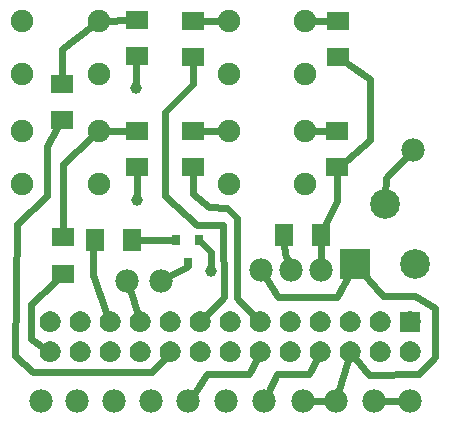
<source format=gbl>
G04 MADE WITH FRITZING*
G04 WWW.FRITZING.ORG*
G04 DOUBLE SIDED*
G04 HOLES PLATED*
G04 CONTOUR ON CENTER OF CONTOUR VECTOR*
%ASAXBY*%
%FSLAX23Y23*%
%MOIN*%
%OFA0B0*%
%SFA1.0B1.0*%
%ADD10C,0.039370*%
%ADD11C,0.078000*%
%ADD12C,0.099000*%
%ADD13C,0.075000*%
%ADD14C,0.070000*%
%ADD15R,0.074803X0.062992*%
%ADD16R,0.062992X0.074803*%
%ADD17R,0.031496X0.035433*%
%ADD18R,0.099000X0.099000*%
%ADD19R,0.070000X0.070000*%
%ADD20C,0.024000*%
%ADD21R,0.001000X0.001000*%
%LNCOPPER0*%
G90*
G70*
G54D10*
X435Y738D03*
X682Y499D03*
X434Y1110D03*
G54D11*
X860Y66D03*
X116Y66D03*
X734Y66D03*
X403Y468D03*
X517Y468D03*
X360Y66D03*
X238Y66D03*
X1356Y905D03*
X1348Y66D03*
X1100Y66D03*
X482Y66D03*
X1226Y66D03*
X990Y66D03*
X608Y66D03*
G54D12*
X1363Y523D03*
X1163Y523D03*
X1263Y723D03*
G54D13*
X998Y968D03*
X742Y968D03*
X998Y790D03*
X742Y790D03*
X309Y1334D03*
X53Y1334D03*
X309Y1157D03*
X53Y1157D03*
X998Y1334D03*
X742Y1334D03*
X998Y1157D03*
X742Y1157D03*
X309Y968D03*
X53Y968D03*
X309Y790D03*
X53Y790D03*
G54D14*
X1147Y330D03*
X1047Y330D03*
X947Y330D03*
X647Y330D03*
X547Y330D03*
X447Y330D03*
X847Y330D03*
X747Y330D03*
X247Y330D03*
X147Y330D03*
X347Y330D03*
X1147Y230D03*
X1047Y230D03*
X947Y230D03*
X647Y230D03*
X547Y230D03*
X447Y230D03*
X847Y230D03*
X747Y230D03*
X247Y230D03*
X147Y230D03*
X347Y230D03*
X1347Y230D03*
X1247Y230D03*
X1347Y330D03*
X1247Y330D03*
G54D11*
X1049Y503D03*
X949Y503D03*
X849Y503D03*
G54D15*
X186Y1125D03*
X186Y1003D03*
X435Y1338D03*
X435Y1216D03*
X623Y968D03*
X623Y846D03*
X1104Y846D03*
X1104Y968D03*
X1108Y1212D03*
X1108Y1334D03*
X623Y1334D03*
X623Y1212D03*
X435Y846D03*
X435Y968D03*
X190Y613D03*
X190Y491D03*
G54D16*
X419Y605D03*
X297Y605D03*
G54D17*
X568Y605D03*
X643Y605D03*
X606Y527D03*
G54D16*
X1049Y621D03*
X927Y621D03*
G54D18*
X1163Y523D03*
G54D19*
X1347Y330D03*
G54D20*
X655Y968D02*
X713Y968D01*
D02*
X1214Y936D02*
X1135Y871D01*
D02*
X1214Y1141D02*
X1214Y936D01*
D02*
X1140Y1190D02*
X1214Y1141D01*
D02*
X1104Y735D02*
X1064Y653D01*
D02*
X1104Y820D02*
X1104Y735D01*
D02*
X1026Y968D02*
X1072Y968D01*
D02*
X445Y605D02*
X558Y605D01*
D02*
X604Y515D02*
X544Y482D01*
D02*
X606Y527D02*
X604Y515D01*
D02*
X1265Y811D02*
X1264Y754D01*
D02*
X1335Y883D02*
X1265Y811D01*
D02*
X190Y857D02*
X288Y948D01*
D02*
X190Y639D02*
X190Y857D01*
D02*
X403Y968D02*
X337Y968D01*
D02*
X187Y1239D02*
X286Y1316D01*
D02*
X186Y1151D02*
X187Y1239D01*
D02*
X403Y1337D02*
X337Y1335D01*
D02*
X655Y1334D02*
X713Y1334D01*
D02*
X1076Y1334D02*
X1026Y1334D01*
D02*
X297Y605D02*
X290Y582D01*
D02*
X290Y582D02*
X290Y486D01*
D02*
X290Y486D02*
X338Y354D01*
D02*
X412Y439D02*
X439Y355D01*
D02*
X930Y557D02*
X939Y532D01*
D02*
X928Y589D02*
X930Y557D01*
D02*
X624Y1125D02*
X530Y1030D01*
D02*
X624Y1186D02*
X624Y1125D01*
D02*
X530Y1030D02*
X530Y751D01*
D02*
X636Y653D02*
X722Y654D01*
D02*
X530Y750D02*
X636Y653D01*
D02*
X722Y654D02*
X726Y413D01*
D02*
X726Y413D02*
X665Y349D01*
D02*
X163Y465D02*
X84Y390D01*
D02*
X84Y390D02*
X84Y274D01*
D02*
X84Y274D02*
X126Y245D01*
D02*
X1009Y156D02*
X1035Y207D01*
D02*
X902Y156D02*
X1009Y156D01*
D02*
X873Y93D02*
X902Y156D01*
D02*
X1256Y66D02*
X1318Y66D01*
D02*
X670Y156D02*
X809Y156D01*
D02*
X809Y156D02*
X835Y207D01*
D02*
X625Y91D02*
X670Y156D01*
D02*
X624Y820D02*
X624Y758D01*
D02*
X677Y712D02*
X738Y709D01*
D02*
X738Y709D02*
X769Y676D01*
D02*
X624Y758D02*
X677Y712D01*
D02*
X769Y409D02*
X829Y348D01*
D02*
X769Y676D02*
X769Y409D01*
D02*
X171Y977D02*
X135Y917D01*
D02*
X135Y751D02*
X37Y656D01*
D02*
X135Y917D02*
X135Y751D01*
D02*
X37Y656D02*
X30Y216D01*
D02*
X30Y216D02*
X91Y164D01*
D02*
X91Y164D02*
X486Y164D01*
D02*
X486Y164D02*
X529Y211D01*
D02*
X1049Y589D02*
X1049Y533D01*
D02*
X435Y820D02*
X435Y757D01*
D02*
X434Y1190D02*
X434Y1129D01*
D02*
X1070Y66D02*
X1020Y66D01*
D02*
X1140Y205D02*
X1108Y95D01*
D02*
X1258Y416D02*
X1363Y416D01*
D02*
X1363Y416D02*
X1431Y376D01*
D02*
X1184Y499D02*
X1258Y416D01*
D02*
X1431Y215D02*
X1375Y156D01*
D02*
X1431Y376D02*
X1431Y215D01*
D02*
X1375Y156D02*
X1210Y152D01*
D02*
X1210Y152D02*
X1164Y210D01*
D02*
X865Y478D02*
X907Y413D01*
D02*
X907Y413D02*
X1103Y413D01*
D02*
X1103Y413D02*
X1148Y495D01*
D02*
X653Y594D02*
X682Y562D01*
D02*
X682Y562D02*
X682Y518D01*
G54D21*
X144Y366D02*
X149Y366D01*
X244Y366D02*
X249Y366D01*
X344Y366D02*
X349Y366D01*
X444Y366D02*
X449Y366D01*
X544Y366D02*
X549Y366D01*
X644Y366D02*
X649Y366D01*
X744Y366D02*
X749Y366D01*
X844Y366D02*
X849Y366D01*
X944Y366D02*
X949Y366D01*
X1044Y366D02*
X1049Y366D01*
X1144Y366D02*
X1149Y366D01*
X1244Y366D02*
X1249Y366D01*
X1344Y366D02*
X1349Y366D01*
X139Y365D02*
X154Y365D01*
X239Y365D02*
X254Y365D01*
X339Y365D02*
X354Y365D01*
X439Y365D02*
X454Y365D01*
X539Y365D02*
X554Y365D01*
X639Y365D02*
X654Y365D01*
X739Y365D02*
X754Y365D01*
X839Y365D02*
X854Y365D01*
X939Y365D02*
X954Y365D01*
X1039Y365D02*
X1054Y365D01*
X1139Y365D02*
X1154Y365D01*
X1239Y365D02*
X1254Y365D01*
X1339Y365D02*
X1354Y365D01*
X136Y364D02*
X157Y364D01*
X236Y364D02*
X257Y364D01*
X336Y364D02*
X357Y364D01*
X436Y364D02*
X457Y364D01*
X536Y364D02*
X557Y364D01*
X636Y364D02*
X657Y364D01*
X736Y364D02*
X757Y364D01*
X836Y364D02*
X857Y364D01*
X936Y364D02*
X957Y364D01*
X1036Y364D02*
X1057Y364D01*
X1136Y364D02*
X1157Y364D01*
X1236Y364D02*
X1257Y364D01*
X1336Y364D02*
X1357Y364D01*
X134Y363D02*
X159Y363D01*
X234Y363D02*
X259Y363D01*
X334Y363D02*
X359Y363D01*
X434Y363D02*
X459Y363D01*
X534Y363D02*
X559Y363D01*
X634Y363D02*
X659Y363D01*
X734Y363D02*
X759Y363D01*
X834Y363D02*
X859Y363D01*
X934Y363D02*
X959Y363D01*
X1034Y363D02*
X1059Y363D01*
X1134Y363D02*
X1159Y363D01*
X1234Y363D02*
X1259Y363D01*
X1334Y363D02*
X1359Y363D01*
X132Y362D02*
X161Y362D01*
X232Y362D02*
X261Y362D01*
X332Y362D02*
X361Y362D01*
X432Y362D02*
X461Y362D01*
X532Y362D02*
X561Y362D01*
X632Y362D02*
X661Y362D01*
X732Y362D02*
X761Y362D01*
X832Y362D02*
X861Y362D01*
X932Y362D02*
X961Y362D01*
X1032Y362D02*
X1061Y362D01*
X1132Y362D02*
X1161Y362D01*
X1232Y362D02*
X1261Y362D01*
X1332Y362D02*
X1361Y362D01*
X130Y361D02*
X163Y361D01*
X230Y361D02*
X263Y361D01*
X330Y361D02*
X363Y361D01*
X430Y361D02*
X463Y361D01*
X530Y361D02*
X563Y361D01*
X630Y361D02*
X663Y361D01*
X730Y361D02*
X763Y361D01*
X830Y361D02*
X863Y361D01*
X930Y361D02*
X963Y361D01*
X1030Y361D02*
X1063Y361D01*
X1130Y361D02*
X1163Y361D01*
X1230Y361D02*
X1263Y361D01*
X1330Y361D02*
X1363Y361D01*
X128Y360D02*
X165Y360D01*
X228Y360D02*
X265Y360D01*
X328Y360D02*
X365Y360D01*
X428Y360D02*
X465Y360D01*
X528Y360D02*
X565Y360D01*
X628Y360D02*
X665Y360D01*
X728Y360D02*
X765Y360D01*
X828Y360D02*
X865Y360D01*
X928Y360D02*
X965Y360D01*
X1028Y360D02*
X1065Y360D01*
X1128Y360D02*
X1165Y360D01*
X1228Y360D02*
X1265Y360D01*
X1328Y360D02*
X1365Y360D01*
X127Y359D02*
X166Y359D01*
X227Y359D02*
X266Y359D01*
X327Y359D02*
X366Y359D01*
X427Y359D02*
X466Y359D01*
X527Y359D02*
X566Y359D01*
X627Y359D02*
X666Y359D01*
X727Y359D02*
X766Y359D01*
X827Y359D02*
X866Y359D01*
X927Y359D02*
X966Y359D01*
X1027Y359D02*
X1066Y359D01*
X1127Y359D02*
X1166Y359D01*
X1227Y359D02*
X1266Y359D01*
X1327Y359D02*
X1366Y359D01*
X126Y358D02*
X167Y358D01*
X226Y358D02*
X267Y358D01*
X326Y358D02*
X367Y358D01*
X426Y358D02*
X467Y358D01*
X526Y358D02*
X567Y358D01*
X626Y358D02*
X667Y358D01*
X726Y358D02*
X767Y358D01*
X826Y358D02*
X867Y358D01*
X926Y358D02*
X967Y358D01*
X1026Y358D02*
X1067Y358D01*
X1126Y358D02*
X1167Y358D01*
X1226Y358D02*
X1267Y358D01*
X1326Y358D02*
X1367Y358D01*
X125Y357D02*
X169Y357D01*
X225Y357D02*
X269Y357D01*
X325Y357D02*
X369Y357D01*
X425Y357D02*
X469Y357D01*
X525Y357D02*
X569Y357D01*
X625Y357D02*
X668Y357D01*
X725Y357D02*
X768Y357D01*
X825Y357D02*
X868Y357D01*
X925Y357D02*
X968Y357D01*
X1025Y357D02*
X1068Y357D01*
X1124Y357D02*
X1168Y357D01*
X1224Y357D02*
X1268Y357D01*
X1324Y357D02*
X1368Y357D01*
X124Y356D02*
X170Y356D01*
X223Y356D02*
X270Y356D01*
X323Y356D02*
X370Y356D01*
X423Y356D02*
X470Y356D01*
X523Y356D02*
X570Y356D01*
X623Y356D02*
X670Y356D01*
X723Y356D02*
X770Y356D01*
X823Y356D02*
X870Y356D01*
X923Y356D02*
X970Y356D01*
X1023Y356D02*
X1070Y356D01*
X1123Y356D02*
X1170Y356D01*
X1223Y356D02*
X1270Y356D01*
X1323Y356D02*
X1370Y356D01*
X122Y355D02*
X171Y355D01*
X222Y355D02*
X271Y355D01*
X322Y355D02*
X371Y355D01*
X422Y355D02*
X471Y355D01*
X522Y355D02*
X571Y355D01*
X622Y355D02*
X671Y355D01*
X722Y355D02*
X771Y355D01*
X822Y355D02*
X871Y355D01*
X922Y355D02*
X971Y355D01*
X1022Y355D02*
X1071Y355D01*
X1122Y355D02*
X1171Y355D01*
X1222Y355D02*
X1271Y355D01*
X1322Y355D02*
X1371Y355D01*
X122Y354D02*
X172Y354D01*
X222Y354D02*
X272Y354D01*
X322Y354D02*
X372Y354D01*
X422Y354D02*
X472Y354D01*
X522Y354D02*
X572Y354D01*
X622Y354D02*
X672Y354D01*
X721Y354D02*
X772Y354D01*
X821Y354D02*
X872Y354D01*
X921Y354D02*
X972Y354D01*
X1021Y354D02*
X1071Y354D01*
X1121Y354D02*
X1171Y354D01*
X1221Y354D02*
X1271Y354D01*
X1321Y354D02*
X1371Y354D01*
X121Y353D02*
X172Y353D01*
X221Y353D02*
X272Y353D01*
X321Y353D02*
X372Y353D01*
X421Y353D02*
X472Y353D01*
X521Y353D02*
X572Y353D01*
X621Y353D02*
X672Y353D01*
X721Y353D02*
X772Y353D01*
X821Y353D02*
X872Y353D01*
X921Y353D02*
X972Y353D01*
X1021Y353D02*
X1072Y353D01*
X1121Y353D02*
X1172Y353D01*
X1221Y353D02*
X1272Y353D01*
X1321Y353D02*
X1372Y353D01*
X120Y352D02*
X173Y352D01*
X220Y352D02*
X273Y352D01*
X320Y352D02*
X373Y352D01*
X420Y352D02*
X473Y352D01*
X520Y352D02*
X573Y352D01*
X620Y352D02*
X673Y352D01*
X720Y352D02*
X773Y352D01*
X820Y352D02*
X873Y352D01*
X920Y352D02*
X973Y352D01*
X1020Y352D02*
X1073Y352D01*
X1120Y352D02*
X1173Y352D01*
X1220Y352D02*
X1273Y352D01*
X1320Y352D02*
X1373Y352D01*
X119Y351D02*
X174Y351D01*
X219Y351D02*
X274Y351D01*
X319Y351D02*
X374Y351D01*
X419Y351D02*
X474Y351D01*
X519Y351D02*
X574Y351D01*
X619Y351D02*
X674Y351D01*
X719Y351D02*
X774Y351D01*
X819Y351D02*
X874Y351D01*
X919Y351D02*
X974Y351D01*
X1019Y351D02*
X1074Y351D01*
X1119Y351D02*
X1174Y351D01*
X1219Y351D02*
X1274Y351D01*
X1319Y351D02*
X1374Y351D01*
X118Y350D02*
X175Y350D01*
X218Y350D02*
X275Y350D01*
X318Y350D02*
X375Y350D01*
X418Y350D02*
X475Y350D01*
X518Y350D02*
X575Y350D01*
X618Y350D02*
X675Y350D01*
X718Y350D02*
X775Y350D01*
X818Y350D02*
X875Y350D01*
X918Y350D02*
X975Y350D01*
X1018Y350D02*
X1075Y350D01*
X1118Y350D02*
X1175Y350D01*
X1218Y350D02*
X1275Y350D01*
X1318Y350D02*
X1375Y350D01*
X118Y349D02*
X175Y349D01*
X218Y349D02*
X275Y349D01*
X318Y349D02*
X375Y349D01*
X418Y349D02*
X475Y349D01*
X518Y349D02*
X575Y349D01*
X618Y349D02*
X675Y349D01*
X718Y349D02*
X775Y349D01*
X818Y349D02*
X875Y349D01*
X918Y349D02*
X975Y349D01*
X1018Y349D02*
X1075Y349D01*
X1118Y349D02*
X1175Y349D01*
X1218Y349D02*
X1275Y349D01*
X1318Y349D02*
X1375Y349D01*
X117Y348D02*
X176Y348D01*
X217Y348D02*
X276Y348D01*
X317Y348D02*
X376Y348D01*
X417Y348D02*
X476Y348D01*
X517Y348D02*
X576Y348D01*
X617Y348D02*
X676Y348D01*
X717Y348D02*
X776Y348D01*
X817Y348D02*
X876Y348D01*
X917Y348D02*
X976Y348D01*
X1017Y348D02*
X1076Y348D01*
X1117Y348D02*
X1176Y348D01*
X1217Y348D02*
X1276Y348D01*
X1317Y348D02*
X1376Y348D01*
X116Y347D02*
X177Y347D01*
X216Y347D02*
X277Y347D01*
X316Y347D02*
X377Y347D01*
X416Y347D02*
X477Y347D01*
X516Y347D02*
X577Y347D01*
X616Y347D02*
X677Y347D01*
X716Y347D02*
X777Y347D01*
X816Y347D02*
X877Y347D01*
X916Y347D02*
X977Y347D01*
X1016Y347D02*
X1077Y347D01*
X1116Y347D02*
X1177Y347D01*
X1216Y347D02*
X1277Y347D01*
X1316Y347D02*
X1377Y347D01*
X116Y346D02*
X144Y346D01*
X150Y346D02*
X177Y346D01*
X216Y346D02*
X244Y346D01*
X250Y346D02*
X277Y346D01*
X316Y346D02*
X344Y346D01*
X350Y346D02*
X377Y346D01*
X416Y346D02*
X444Y346D01*
X449Y346D02*
X477Y346D01*
X516Y346D02*
X544Y346D01*
X549Y346D02*
X577Y346D01*
X616Y346D02*
X644Y346D01*
X649Y346D02*
X677Y346D01*
X716Y346D02*
X744Y346D01*
X749Y346D02*
X777Y346D01*
X816Y346D02*
X844Y346D01*
X849Y346D02*
X877Y346D01*
X916Y346D02*
X944Y346D01*
X949Y346D02*
X977Y346D01*
X1016Y346D02*
X1044Y346D01*
X1049Y346D02*
X1077Y346D01*
X1116Y346D02*
X1144Y346D01*
X1149Y346D02*
X1177Y346D01*
X1216Y346D02*
X1244Y346D01*
X1249Y346D02*
X1277Y346D01*
X1316Y346D02*
X1344Y346D01*
X1349Y346D02*
X1377Y346D01*
X115Y345D02*
X139Y345D01*
X154Y345D02*
X178Y345D01*
X215Y345D02*
X239Y345D01*
X254Y345D02*
X278Y345D01*
X315Y345D02*
X339Y345D01*
X354Y345D02*
X378Y345D01*
X415Y345D02*
X439Y345D01*
X454Y345D02*
X478Y345D01*
X515Y345D02*
X539Y345D01*
X554Y345D02*
X578Y345D01*
X615Y345D02*
X639Y345D01*
X654Y345D02*
X678Y345D01*
X715Y345D02*
X739Y345D01*
X754Y345D02*
X778Y345D01*
X815Y345D02*
X839Y345D01*
X854Y345D02*
X878Y345D01*
X915Y345D02*
X939Y345D01*
X954Y345D02*
X978Y345D01*
X1015Y345D02*
X1039Y345D01*
X1054Y345D02*
X1078Y345D01*
X1115Y345D02*
X1139Y345D01*
X1154Y345D02*
X1178Y345D01*
X1215Y345D02*
X1239Y345D01*
X1254Y345D02*
X1278Y345D01*
X1315Y345D02*
X1339Y345D01*
X1354Y345D02*
X1378Y345D01*
X115Y344D02*
X137Y344D01*
X156Y344D02*
X178Y344D01*
X215Y344D02*
X237Y344D01*
X256Y344D02*
X278Y344D01*
X315Y344D02*
X337Y344D01*
X356Y344D02*
X378Y344D01*
X415Y344D02*
X437Y344D01*
X456Y344D02*
X478Y344D01*
X515Y344D02*
X537Y344D01*
X556Y344D02*
X578Y344D01*
X615Y344D02*
X637Y344D01*
X656Y344D02*
X678Y344D01*
X715Y344D02*
X737Y344D01*
X756Y344D02*
X778Y344D01*
X815Y344D02*
X837Y344D01*
X856Y344D02*
X878Y344D01*
X915Y344D02*
X937Y344D01*
X956Y344D02*
X978Y344D01*
X1015Y344D02*
X1037Y344D01*
X1056Y344D02*
X1078Y344D01*
X1115Y344D02*
X1137Y344D01*
X1156Y344D02*
X1178Y344D01*
X1215Y344D02*
X1237Y344D01*
X1256Y344D02*
X1278Y344D01*
X1315Y344D02*
X1337Y344D01*
X1356Y344D02*
X1378Y344D01*
X115Y343D02*
X136Y343D01*
X157Y343D02*
X179Y343D01*
X214Y343D02*
X236Y343D01*
X257Y343D02*
X279Y343D01*
X314Y343D02*
X336Y343D01*
X357Y343D02*
X379Y343D01*
X414Y343D02*
X436Y343D01*
X457Y343D02*
X479Y343D01*
X514Y343D02*
X536Y343D01*
X557Y343D02*
X579Y343D01*
X614Y343D02*
X636Y343D01*
X657Y343D02*
X679Y343D01*
X714Y343D02*
X736Y343D01*
X757Y343D02*
X779Y343D01*
X814Y343D02*
X836Y343D01*
X857Y343D02*
X879Y343D01*
X914Y343D02*
X936Y343D01*
X957Y343D02*
X979Y343D01*
X1014Y343D02*
X1036Y343D01*
X1057Y343D02*
X1079Y343D01*
X1114Y343D02*
X1136Y343D01*
X1157Y343D02*
X1179Y343D01*
X1214Y343D02*
X1236Y343D01*
X1257Y343D02*
X1279Y343D01*
X1314Y343D02*
X1336Y343D01*
X1357Y343D02*
X1379Y343D01*
X114Y342D02*
X135Y342D01*
X158Y342D02*
X179Y342D01*
X214Y342D02*
X235Y342D01*
X258Y342D02*
X279Y342D01*
X314Y342D02*
X335Y342D01*
X358Y342D02*
X379Y342D01*
X414Y342D02*
X435Y342D01*
X458Y342D02*
X479Y342D01*
X514Y342D02*
X535Y342D01*
X558Y342D02*
X579Y342D01*
X614Y342D02*
X635Y342D01*
X658Y342D02*
X679Y342D01*
X714Y342D02*
X735Y342D01*
X758Y342D02*
X779Y342D01*
X814Y342D02*
X835Y342D01*
X858Y342D02*
X879Y342D01*
X914Y342D02*
X935Y342D01*
X958Y342D02*
X979Y342D01*
X1014Y342D02*
X1035Y342D01*
X1058Y342D02*
X1079Y342D01*
X1114Y342D02*
X1135Y342D01*
X1158Y342D02*
X1179Y342D01*
X1214Y342D02*
X1235Y342D01*
X1258Y342D02*
X1279Y342D01*
X1314Y342D02*
X1335Y342D01*
X1358Y342D02*
X1379Y342D01*
X114Y341D02*
X134Y341D01*
X159Y341D02*
X179Y341D01*
X214Y341D02*
X234Y341D01*
X259Y341D02*
X279Y341D01*
X314Y341D02*
X334Y341D01*
X359Y341D02*
X379Y341D01*
X414Y341D02*
X434Y341D01*
X459Y341D02*
X479Y341D01*
X514Y341D02*
X534Y341D01*
X559Y341D02*
X579Y341D01*
X614Y341D02*
X634Y341D01*
X659Y341D02*
X679Y341D01*
X714Y341D02*
X734Y341D01*
X759Y341D02*
X779Y341D01*
X814Y341D02*
X834Y341D01*
X859Y341D02*
X879Y341D01*
X914Y341D02*
X934Y341D01*
X959Y341D02*
X979Y341D01*
X1014Y341D02*
X1034Y341D01*
X1059Y341D02*
X1079Y341D01*
X1114Y341D02*
X1134Y341D01*
X1159Y341D02*
X1179Y341D01*
X1214Y341D02*
X1234Y341D01*
X1259Y341D02*
X1279Y341D01*
X1314Y341D02*
X1334Y341D01*
X1359Y341D02*
X1379Y341D01*
X113Y340D02*
X133Y340D01*
X160Y340D02*
X180Y340D01*
X213Y340D02*
X233Y340D01*
X260Y340D02*
X280Y340D01*
X313Y340D02*
X333Y340D01*
X360Y340D02*
X380Y340D01*
X413Y340D02*
X433Y340D01*
X460Y340D02*
X480Y340D01*
X513Y340D02*
X533Y340D01*
X560Y340D02*
X580Y340D01*
X613Y340D02*
X633Y340D01*
X660Y340D02*
X680Y340D01*
X713Y340D02*
X733Y340D01*
X760Y340D02*
X780Y340D01*
X813Y340D02*
X833Y340D01*
X860Y340D02*
X880Y340D01*
X913Y340D02*
X933Y340D01*
X960Y340D02*
X980Y340D01*
X1013Y340D02*
X1033Y340D01*
X1060Y340D02*
X1080Y340D01*
X1113Y340D02*
X1133Y340D01*
X1160Y340D02*
X1180Y340D01*
X1213Y340D02*
X1233Y340D01*
X1260Y340D02*
X1280Y340D01*
X1313Y340D02*
X1333Y340D01*
X1360Y340D02*
X1380Y340D01*
X113Y339D02*
X133Y339D01*
X160Y339D02*
X180Y339D01*
X213Y339D02*
X233Y339D01*
X260Y339D02*
X280Y339D01*
X313Y339D02*
X333Y339D01*
X360Y339D02*
X380Y339D01*
X413Y339D02*
X433Y339D01*
X460Y339D02*
X480Y339D01*
X513Y339D02*
X533Y339D01*
X560Y339D02*
X580Y339D01*
X613Y339D02*
X633Y339D01*
X660Y339D02*
X680Y339D01*
X713Y339D02*
X733Y339D01*
X760Y339D02*
X780Y339D01*
X813Y339D02*
X833Y339D01*
X860Y339D02*
X880Y339D01*
X913Y339D02*
X933Y339D01*
X960Y339D02*
X980Y339D01*
X1013Y339D02*
X1033Y339D01*
X1060Y339D02*
X1080Y339D01*
X1113Y339D02*
X1133Y339D01*
X1160Y339D02*
X1180Y339D01*
X1213Y339D02*
X1233Y339D01*
X1260Y339D02*
X1280Y339D01*
X1313Y339D02*
X1333Y339D01*
X1360Y339D02*
X1380Y339D01*
X113Y338D02*
X132Y338D01*
X161Y338D02*
X180Y338D01*
X213Y338D02*
X232Y338D01*
X261Y338D02*
X280Y338D01*
X313Y338D02*
X332Y338D01*
X361Y338D02*
X380Y338D01*
X413Y338D02*
X432Y338D01*
X461Y338D02*
X480Y338D01*
X513Y338D02*
X532Y338D01*
X561Y338D02*
X580Y338D01*
X613Y338D02*
X632Y338D01*
X661Y338D02*
X680Y338D01*
X713Y338D02*
X732Y338D01*
X761Y338D02*
X780Y338D01*
X813Y338D02*
X832Y338D01*
X861Y338D02*
X880Y338D01*
X913Y338D02*
X932Y338D01*
X961Y338D02*
X980Y338D01*
X1013Y338D02*
X1032Y338D01*
X1061Y338D02*
X1080Y338D01*
X1113Y338D02*
X1132Y338D01*
X1161Y338D02*
X1180Y338D01*
X1213Y338D02*
X1232Y338D01*
X1261Y338D02*
X1280Y338D01*
X1313Y338D02*
X1332Y338D01*
X1361Y338D02*
X1380Y338D01*
X113Y337D02*
X132Y337D01*
X161Y337D02*
X180Y337D01*
X213Y337D02*
X232Y337D01*
X261Y337D02*
X280Y337D01*
X313Y337D02*
X332Y337D01*
X361Y337D02*
X380Y337D01*
X413Y337D02*
X432Y337D01*
X461Y337D02*
X480Y337D01*
X513Y337D02*
X532Y337D01*
X561Y337D02*
X580Y337D01*
X613Y337D02*
X632Y337D01*
X661Y337D02*
X680Y337D01*
X713Y337D02*
X732Y337D01*
X761Y337D02*
X780Y337D01*
X813Y337D02*
X832Y337D01*
X861Y337D02*
X880Y337D01*
X913Y337D02*
X932Y337D01*
X961Y337D02*
X980Y337D01*
X1013Y337D02*
X1032Y337D01*
X1061Y337D02*
X1080Y337D01*
X1113Y337D02*
X1132Y337D01*
X1161Y337D02*
X1180Y337D01*
X1213Y337D02*
X1232Y337D01*
X1261Y337D02*
X1280Y337D01*
X1313Y337D02*
X1332Y337D01*
X1361Y337D02*
X1380Y337D01*
X112Y336D02*
X132Y336D01*
X162Y336D02*
X181Y336D01*
X212Y336D02*
X232Y336D01*
X262Y336D02*
X281Y336D01*
X312Y336D02*
X332Y336D01*
X361Y336D02*
X381Y336D01*
X412Y336D02*
X432Y336D01*
X461Y336D02*
X481Y336D01*
X512Y336D02*
X532Y336D01*
X561Y336D02*
X581Y336D01*
X612Y336D02*
X632Y336D01*
X661Y336D02*
X681Y336D01*
X712Y336D02*
X732Y336D01*
X761Y336D02*
X781Y336D01*
X812Y336D02*
X832Y336D01*
X861Y336D02*
X881Y336D01*
X912Y336D02*
X932Y336D01*
X961Y336D02*
X981Y336D01*
X1012Y336D02*
X1032Y336D01*
X1061Y336D02*
X1081Y336D01*
X1112Y336D02*
X1132Y336D01*
X1161Y336D02*
X1181Y336D01*
X1212Y336D02*
X1232Y336D01*
X1261Y336D02*
X1281Y336D01*
X1312Y336D02*
X1332Y336D01*
X1361Y336D02*
X1381Y336D01*
X112Y335D02*
X131Y335D01*
X162Y335D02*
X181Y335D01*
X212Y335D02*
X231Y335D01*
X262Y335D02*
X281Y335D01*
X312Y335D02*
X331Y335D01*
X362Y335D02*
X381Y335D01*
X412Y335D02*
X431Y335D01*
X462Y335D02*
X481Y335D01*
X512Y335D02*
X531Y335D01*
X562Y335D02*
X581Y335D01*
X612Y335D02*
X631Y335D01*
X662Y335D02*
X681Y335D01*
X712Y335D02*
X731Y335D01*
X762Y335D02*
X781Y335D01*
X812Y335D02*
X831Y335D01*
X862Y335D02*
X881Y335D01*
X912Y335D02*
X931Y335D01*
X962Y335D02*
X981Y335D01*
X1012Y335D02*
X1031Y335D01*
X1062Y335D02*
X1081Y335D01*
X1112Y335D02*
X1131Y335D01*
X1162Y335D02*
X1181Y335D01*
X1212Y335D02*
X1231Y335D01*
X1262Y335D02*
X1281Y335D01*
X1312Y335D02*
X1331Y335D01*
X1362Y335D02*
X1381Y335D01*
X112Y334D02*
X131Y334D01*
X162Y334D02*
X181Y334D01*
X212Y334D02*
X231Y334D01*
X262Y334D02*
X281Y334D01*
X312Y334D02*
X331Y334D01*
X362Y334D02*
X381Y334D01*
X412Y334D02*
X431Y334D01*
X462Y334D02*
X481Y334D01*
X512Y334D02*
X531Y334D01*
X562Y334D02*
X581Y334D01*
X612Y334D02*
X631Y334D01*
X662Y334D02*
X681Y334D01*
X712Y334D02*
X731Y334D01*
X762Y334D02*
X781Y334D01*
X812Y334D02*
X831Y334D01*
X862Y334D02*
X881Y334D01*
X912Y334D02*
X931Y334D01*
X962Y334D02*
X981Y334D01*
X1012Y334D02*
X1031Y334D01*
X1062Y334D02*
X1081Y334D01*
X1112Y334D02*
X1131Y334D01*
X1162Y334D02*
X1181Y334D01*
X1212Y334D02*
X1231Y334D01*
X1262Y334D02*
X1281Y334D01*
X1312Y334D02*
X1331Y334D01*
X1362Y334D02*
X1381Y334D01*
X112Y333D02*
X131Y333D01*
X162Y333D02*
X181Y333D01*
X212Y333D02*
X231Y333D01*
X262Y333D02*
X281Y333D01*
X312Y333D02*
X331Y333D01*
X362Y333D02*
X381Y333D01*
X412Y333D02*
X431Y333D01*
X462Y333D02*
X481Y333D01*
X512Y333D02*
X531Y333D01*
X562Y333D02*
X581Y333D01*
X612Y333D02*
X631Y333D01*
X662Y333D02*
X681Y333D01*
X712Y333D02*
X731Y333D01*
X762Y333D02*
X781Y333D01*
X812Y333D02*
X831Y333D01*
X862Y333D02*
X881Y333D01*
X912Y333D02*
X931Y333D01*
X962Y333D02*
X981Y333D01*
X1012Y333D02*
X1031Y333D01*
X1062Y333D02*
X1081Y333D01*
X1112Y333D02*
X1131Y333D01*
X1162Y333D02*
X1181Y333D01*
X1212Y333D02*
X1231Y333D01*
X1262Y333D02*
X1281Y333D01*
X1312Y333D02*
X1331Y333D01*
X1362Y333D02*
X1381Y333D01*
X112Y332D02*
X131Y332D01*
X162Y332D02*
X181Y332D01*
X212Y332D02*
X231Y332D01*
X262Y332D02*
X281Y332D01*
X312Y332D02*
X331Y332D01*
X362Y332D02*
X381Y332D01*
X412Y332D02*
X431Y332D01*
X462Y332D02*
X481Y332D01*
X512Y332D02*
X531Y332D01*
X562Y332D02*
X581Y332D01*
X612Y332D02*
X631Y332D01*
X662Y332D02*
X681Y332D01*
X712Y332D02*
X731Y332D01*
X762Y332D02*
X781Y332D01*
X812Y332D02*
X831Y332D01*
X862Y332D02*
X881Y332D01*
X912Y332D02*
X931Y332D01*
X962Y332D02*
X981Y332D01*
X1012Y332D02*
X1031Y332D01*
X1062Y332D02*
X1081Y332D01*
X1112Y332D02*
X1131Y332D01*
X1162Y332D02*
X1181Y332D01*
X1212Y332D02*
X1231Y332D01*
X1262Y332D02*
X1281Y332D01*
X1312Y332D02*
X1331Y332D01*
X1362Y332D02*
X1381Y332D01*
X112Y331D02*
X131Y331D01*
X162Y331D02*
X181Y331D01*
X212Y331D02*
X231Y331D01*
X262Y331D02*
X281Y331D01*
X312Y331D02*
X331Y331D01*
X362Y331D02*
X381Y331D01*
X412Y331D02*
X431Y331D01*
X462Y331D02*
X481Y331D01*
X512Y331D02*
X531Y331D01*
X562Y331D02*
X581Y331D01*
X612Y331D02*
X631Y331D01*
X662Y331D02*
X681Y331D01*
X712Y331D02*
X731Y331D01*
X762Y331D02*
X781Y331D01*
X812Y331D02*
X831Y331D01*
X862Y331D02*
X881Y331D01*
X912Y331D02*
X931Y331D01*
X962Y331D02*
X981Y331D01*
X1012Y331D02*
X1031Y331D01*
X1062Y331D02*
X1081Y331D01*
X1112Y331D02*
X1131Y331D01*
X1162Y331D02*
X1181Y331D01*
X1212Y331D02*
X1231Y331D01*
X1262Y331D02*
X1281Y331D01*
X1312Y331D02*
X1331Y331D01*
X1362Y331D02*
X1381Y331D01*
X112Y330D02*
X131Y330D01*
X162Y330D02*
X181Y330D01*
X212Y330D02*
X231Y330D01*
X262Y330D02*
X281Y330D01*
X312Y330D02*
X331Y330D01*
X362Y330D02*
X381Y330D01*
X412Y330D02*
X431Y330D01*
X462Y330D02*
X481Y330D01*
X512Y330D02*
X531Y330D01*
X562Y330D02*
X581Y330D01*
X612Y330D02*
X631Y330D01*
X662Y330D02*
X681Y330D01*
X712Y330D02*
X731Y330D01*
X762Y330D02*
X781Y330D01*
X812Y330D02*
X831Y330D01*
X862Y330D02*
X881Y330D01*
X912Y330D02*
X931Y330D01*
X962Y330D02*
X981Y330D01*
X1012Y330D02*
X1031Y330D01*
X1062Y330D02*
X1081Y330D01*
X1112Y330D02*
X1131Y330D01*
X1162Y330D02*
X1181Y330D01*
X1212Y330D02*
X1231Y330D01*
X1262Y330D02*
X1281Y330D01*
X1312Y330D02*
X1331Y330D01*
X1362Y330D02*
X1381Y330D01*
X112Y329D02*
X131Y329D01*
X162Y329D02*
X181Y329D01*
X212Y329D02*
X231Y329D01*
X262Y329D02*
X281Y329D01*
X312Y329D02*
X331Y329D01*
X362Y329D02*
X381Y329D01*
X412Y329D02*
X431Y329D01*
X462Y329D02*
X481Y329D01*
X512Y329D02*
X531Y329D01*
X562Y329D02*
X581Y329D01*
X612Y329D02*
X631Y329D01*
X662Y329D02*
X681Y329D01*
X712Y329D02*
X731Y329D01*
X762Y329D02*
X781Y329D01*
X812Y329D02*
X831Y329D01*
X862Y329D02*
X881Y329D01*
X912Y329D02*
X931Y329D01*
X962Y329D02*
X981Y329D01*
X1012Y329D02*
X1031Y329D01*
X1062Y329D02*
X1081Y329D01*
X1112Y329D02*
X1131Y329D01*
X1162Y329D02*
X1181Y329D01*
X1212Y329D02*
X1231Y329D01*
X1262Y329D02*
X1281Y329D01*
X1312Y329D02*
X1331Y329D01*
X1362Y329D02*
X1381Y329D01*
X112Y328D02*
X131Y328D01*
X162Y328D02*
X181Y328D01*
X212Y328D02*
X231Y328D01*
X262Y328D02*
X281Y328D01*
X312Y328D02*
X331Y328D01*
X362Y328D02*
X381Y328D01*
X412Y328D02*
X431Y328D01*
X462Y328D02*
X481Y328D01*
X512Y328D02*
X531Y328D01*
X562Y328D02*
X581Y328D01*
X612Y328D02*
X631Y328D01*
X662Y328D02*
X681Y328D01*
X712Y328D02*
X731Y328D01*
X762Y328D02*
X781Y328D01*
X812Y328D02*
X831Y328D01*
X862Y328D02*
X881Y328D01*
X912Y328D02*
X931Y328D01*
X962Y328D02*
X981Y328D01*
X1012Y328D02*
X1031Y328D01*
X1062Y328D02*
X1081Y328D01*
X1112Y328D02*
X1131Y328D01*
X1162Y328D02*
X1181Y328D01*
X1212Y328D02*
X1231Y328D01*
X1262Y328D02*
X1281Y328D01*
X1312Y328D02*
X1331Y328D01*
X1362Y328D02*
X1381Y328D01*
X112Y327D02*
X131Y327D01*
X162Y327D02*
X181Y327D01*
X212Y327D02*
X231Y327D01*
X262Y327D02*
X281Y327D01*
X312Y327D02*
X331Y327D01*
X362Y327D02*
X381Y327D01*
X412Y327D02*
X431Y327D01*
X462Y327D02*
X481Y327D01*
X512Y327D02*
X531Y327D01*
X562Y327D02*
X581Y327D01*
X612Y327D02*
X631Y327D01*
X662Y327D02*
X681Y327D01*
X712Y327D02*
X731Y327D01*
X762Y327D02*
X781Y327D01*
X812Y327D02*
X831Y327D01*
X862Y327D02*
X881Y327D01*
X912Y327D02*
X931Y327D01*
X962Y327D02*
X981Y327D01*
X1012Y327D02*
X1031Y327D01*
X1062Y327D02*
X1081Y327D01*
X1112Y327D02*
X1131Y327D01*
X1162Y327D02*
X1181Y327D01*
X1212Y327D02*
X1231Y327D01*
X1262Y327D02*
X1281Y327D01*
X1312Y327D02*
X1331Y327D01*
X1362Y327D02*
X1381Y327D01*
X113Y326D02*
X132Y326D01*
X161Y326D02*
X181Y326D01*
X213Y326D02*
X232Y326D01*
X261Y326D02*
X281Y326D01*
X313Y326D02*
X332Y326D01*
X361Y326D02*
X381Y326D01*
X412Y326D02*
X432Y326D01*
X461Y326D02*
X481Y326D01*
X512Y326D02*
X532Y326D01*
X561Y326D02*
X581Y326D01*
X612Y326D02*
X632Y326D01*
X661Y326D02*
X681Y326D01*
X712Y326D02*
X732Y326D01*
X761Y326D02*
X781Y326D01*
X812Y326D02*
X832Y326D01*
X861Y326D02*
X881Y326D01*
X912Y326D02*
X932Y326D01*
X961Y326D02*
X981Y326D01*
X1012Y326D02*
X1032Y326D01*
X1061Y326D02*
X1081Y326D01*
X1112Y326D02*
X1132Y326D01*
X1161Y326D02*
X1181Y326D01*
X1212Y326D02*
X1232Y326D01*
X1261Y326D02*
X1281Y326D01*
X1312Y326D02*
X1332Y326D01*
X1361Y326D02*
X1380Y326D01*
X113Y325D02*
X132Y325D01*
X161Y325D02*
X180Y325D01*
X213Y325D02*
X232Y325D01*
X261Y325D02*
X280Y325D01*
X313Y325D02*
X332Y325D01*
X361Y325D02*
X380Y325D01*
X413Y325D02*
X432Y325D01*
X461Y325D02*
X480Y325D01*
X513Y325D02*
X532Y325D01*
X561Y325D02*
X580Y325D01*
X613Y325D02*
X632Y325D01*
X661Y325D02*
X680Y325D01*
X713Y325D02*
X732Y325D01*
X761Y325D02*
X780Y325D01*
X813Y325D02*
X832Y325D01*
X861Y325D02*
X880Y325D01*
X913Y325D02*
X932Y325D01*
X961Y325D02*
X980Y325D01*
X1013Y325D02*
X1032Y325D01*
X1061Y325D02*
X1080Y325D01*
X1113Y325D02*
X1132Y325D01*
X1161Y325D02*
X1180Y325D01*
X1213Y325D02*
X1232Y325D01*
X1261Y325D02*
X1280Y325D01*
X1313Y325D02*
X1332Y325D01*
X1361Y325D02*
X1380Y325D01*
X113Y324D02*
X132Y324D01*
X161Y324D02*
X180Y324D01*
X213Y324D02*
X232Y324D01*
X261Y324D02*
X280Y324D01*
X313Y324D02*
X332Y324D01*
X361Y324D02*
X380Y324D01*
X413Y324D02*
X432Y324D01*
X461Y324D02*
X480Y324D01*
X513Y324D02*
X532Y324D01*
X561Y324D02*
X580Y324D01*
X613Y324D02*
X632Y324D01*
X661Y324D02*
X680Y324D01*
X713Y324D02*
X732Y324D01*
X761Y324D02*
X780Y324D01*
X813Y324D02*
X832Y324D01*
X861Y324D02*
X880Y324D01*
X913Y324D02*
X932Y324D01*
X961Y324D02*
X980Y324D01*
X1013Y324D02*
X1032Y324D01*
X1061Y324D02*
X1080Y324D01*
X1113Y324D02*
X1132Y324D01*
X1161Y324D02*
X1180Y324D01*
X1213Y324D02*
X1232Y324D01*
X1261Y324D02*
X1280Y324D01*
X1313Y324D02*
X1332Y324D01*
X1361Y324D02*
X1380Y324D01*
X113Y323D02*
X133Y323D01*
X160Y323D02*
X180Y323D01*
X213Y323D02*
X233Y323D01*
X260Y323D02*
X280Y323D01*
X313Y323D02*
X333Y323D01*
X360Y323D02*
X380Y323D01*
X413Y323D02*
X433Y323D01*
X460Y323D02*
X480Y323D01*
X513Y323D02*
X533Y323D01*
X560Y323D02*
X580Y323D01*
X613Y323D02*
X633Y323D01*
X660Y323D02*
X680Y323D01*
X713Y323D02*
X733Y323D01*
X760Y323D02*
X780Y323D01*
X813Y323D02*
X833Y323D01*
X860Y323D02*
X880Y323D01*
X913Y323D02*
X933Y323D01*
X960Y323D02*
X980Y323D01*
X1013Y323D02*
X1033Y323D01*
X1060Y323D02*
X1080Y323D01*
X1113Y323D02*
X1133Y323D01*
X1160Y323D02*
X1180Y323D01*
X1213Y323D02*
X1233Y323D01*
X1260Y323D02*
X1280Y323D01*
X1313Y323D02*
X1333Y323D01*
X1360Y323D02*
X1380Y323D01*
X114Y322D02*
X133Y322D01*
X160Y322D02*
X180Y322D01*
X213Y322D02*
X233Y322D01*
X260Y322D02*
X280Y322D01*
X313Y322D02*
X333Y322D01*
X360Y322D02*
X380Y322D01*
X413Y322D02*
X433Y322D01*
X460Y322D02*
X480Y322D01*
X513Y322D02*
X533Y322D01*
X560Y322D02*
X580Y322D01*
X613Y322D02*
X633Y322D01*
X660Y322D02*
X680Y322D01*
X713Y322D02*
X733Y322D01*
X760Y322D02*
X780Y322D01*
X813Y322D02*
X833Y322D01*
X860Y322D02*
X880Y322D01*
X913Y322D02*
X933Y322D01*
X960Y322D02*
X980Y322D01*
X1013Y322D02*
X1033Y322D01*
X1060Y322D02*
X1080Y322D01*
X1113Y322D02*
X1133Y322D01*
X1160Y322D02*
X1180Y322D01*
X1213Y322D02*
X1233Y322D01*
X1260Y322D02*
X1280Y322D01*
X1313Y322D02*
X1333Y322D01*
X1360Y322D02*
X1380Y322D01*
X114Y321D02*
X134Y321D01*
X159Y321D02*
X179Y321D01*
X214Y321D02*
X234Y321D01*
X259Y321D02*
X279Y321D01*
X314Y321D02*
X334Y321D01*
X359Y321D02*
X379Y321D01*
X414Y321D02*
X434Y321D01*
X459Y321D02*
X479Y321D01*
X514Y321D02*
X534Y321D01*
X559Y321D02*
X579Y321D01*
X614Y321D02*
X634Y321D01*
X659Y321D02*
X679Y321D01*
X714Y321D02*
X734Y321D01*
X759Y321D02*
X779Y321D01*
X814Y321D02*
X834Y321D01*
X859Y321D02*
X879Y321D01*
X914Y321D02*
X934Y321D01*
X959Y321D02*
X979Y321D01*
X1014Y321D02*
X1034Y321D01*
X1059Y321D02*
X1079Y321D01*
X1114Y321D02*
X1134Y321D01*
X1159Y321D02*
X1179Y321D01*
X1214Y321D02*
X1234Y321D01*
X1259Y321D02*
X1279Y321D01*
X1314Y321D02*
X1334Y321D01*
X1359Y321D02*
X1379Y321D01*
X114Y320D02*
X135Y320D01*
X158Y320D02*
X179Y320D01*
X214Y320D02*
X235Y320D01*
X258Y320D02*
X279Y320D01*
X314Y320D02*
X335Y320D01*
X358Y320D02*
X379Y320D01*
X414Y320D02*
X435Y320D01*
X458Y320D02*
X479Y320D01*
X514Y320D02*
X535Y320D01*
X558Y320D02*
X579Y320D01*
X614Y320D02*
X635Y320D01*
X658Y320D02*
X679Y320D01*
X714Y320D02*
X735Y320D01*
X758Y320D02*
X779Y320D01*
X814Y320D02*
X835Y320D01*
X858Y320D02*
X879Y320D01*
X914Y320D02*
X935Y320D01*
X958Y320D02*
X979Y320D01*
X1014Y320D02*
X1035Y320D01*
X1058Y320D02*
X1079Y320D01*
X1114Y320D02*
X1135Y320D01*
X1158Y320D02*
X1179Y320D01*
X1214Y320D02*
X1235Y320D01*
X1258Y320D02*
X1279Y320D01*
X1314Y320D02*
X1335Y320D01*
X1358Y320D02*
X1379Y320D01*
X115Y319D02*
X136Y319D01*
X157Y319D02*
X179Y319D01*
X215Y319D02*
X236Y319D01*
X257Y319D02*
X279Y319D01*
X315Y319D02*
X336Y319D01*
X357Y319D02*
X378Y319D01*
X415Y319D02*
X436Y319D01*
X457Y319D02*
X478Y319D01*
X515Y319D02*
X536Y319D01*
X557Y319D02*
X578Y319D01*
X615Y319D02*
X636Y319D01*
X657Y319D02*
X678Y319D01*
X715Y319D02*
X736Y319D01*
X757Y319D02*
X778Y319D01*
X815Y319D02*
X836Y319D01*
X857Y319D02*
X878Y319D01*
X915Y319D02*
X936Y319D01*
X957Y319D02*
X978Y319D01*
X1015Y319D02*
X1036Y319D01*
X1057Y319D02*
X1078Y319D01*
X1115Y319D02*
X1136Y319D01*
X1157Y319D02*
X1178Y319D01*
X1215Y319D02*
X1236Y319D01*
X1257Y319D02*
X1278Y319D01*
X1315Y319D02*
X1336Y319D01*
X1357Y319D02*
X1378Y319D01*
X115Y318D02*
X138Y318D01*
X155Y318D02*
X178Y318D01*
X215Y318D02*
X238Y318D01*
X255Y318D02*
X278Y318D01*
X315Y318D02*
X338Y318D01*
X355Y318D02*
X378Y318D01*
X415Y318D02*
X438Y318D01*
X455Y318D02*
X478Y318D01*
X515Y318D02*
X538Y318D01*
X555Y318D02*
X578Y318D01*
X615Y318D02*
X638Y318D01*
X655Y318D02*
X678Y318D01*
X715Y318D02*
X738Y318D01*
X755Y318D02*
X778Y318D01*
X815Y318D02*
X838Y318D01*
X855Y318D02*
X878Y318D01*
X915Y318D02*
X938Y318D01*
X955Y318D02*
X978Y318D01*
X1015Y318D02*
X1038Y318D01*
X1055Y318D02*
X1078Y318D01*
X1115Y318D02*
X1138Y318D01*
X1155Y318D02*
X1178Y318D01*
X1215Y318D02*
X1238Y318D01*
X1255Y318D02*
X1278Y318D01*
X1315Y318D02*
X1338Y318D01*
X1355Y318D02*
X1378Y318D01*
X116Y317D02*
X140Y317D01*
X153Y317D02*
X178Y317D01*
X216Y317D02*
X240Y317D01*
X253Y317D02*
X278Y317D01*
X316Y317D02*
X340Y317D01*
X353Y317D02*
X378Y317D01*
X416Y317D02*
X440Y317D01*
X453Y317D02*
X478Y317D01*
X515Y317D02*
X540Y317D01*
X553Y317D02*
X578Y317D01*
X615Y317D02*
X640Y317D01*
X653Y317D02*
X678Y317D01*
X715Y317D02*
X740Y317D01*
X753Y317D02*
X778Y317D01*
X815Y317D02*
X840Y317D01*
X853Y317D02*
X878Y317D01*
X915Y317D02*
X940Y317D01*
X953Y317D02*
X978Y317D01*
X1015Y317D02*
X1040Y317D01*
X1053Y317D02*
X1078Y317D01*
X1115Y317D02*
X1140Y317D01*
X1153Y317D02*
X1178Y317D01*
X1215Y317D02*
X1240Y317D01*
X1253Y317D02*
X1277Y317D01*
X1315Y317D02*
X1340Y317D01*
X1353Y317D02*
X1377Y317D01*
X116Y316D02*
X177Y316D01*
X216Y316D02*
X277Y316D01*
X316Y316D02*
X377Y316D01*
X416Y316D02*
X477Y316D01*
X516Y316D02*
X577Y316D01*
X616Y316D02*
X677Y316D01*
X716Y316D02*
X777Y316D01*
X816Y316D02*
X877Y316D01*
X916Y316D02*
X977Y316D01*
X1016Y316D02*
X1077Y316D01*
X1116Y316D02*
X1177Y316D01*
X1216Y316D02*
X1277Y316D01*
X1316Y316D02*
X1377Y316D01*
X117Y315D02*
X177Y315D01*
X217Y315D02*
X277Y315D01*
X317Y315D02*
X376Y315D01*
X417Y315D02*
X476Y315D01*
X517Y315D02*
X576Y315D01*
X617Y315D02*
X676Y315D01*
X717Y315D02*
X776Y315D01*
X817Y315D02*
X876Y315D01*
X917Y315D02*
X976Y315D01*
X1017Y315D02*
X1076Y315D01*
X1117Y315D02*
X1176Y315D01*
X1217Y315D02*
X1276Y315D01*
X1317Y315D02*
X1376Y315D01*
X117Y314D02*
X176Y314D01*
X217Y314D02*
X276Y314D01*
X317Y314D02*
X376Y314D01*
X417Y314D02*
X476Y314D01*
X517Y314D02*
X576Y314D01*
X617Y314D02*
X676Y314D01*
X717Y314D02*
X776Y314D01*
X817Y314D02*
X876Y314D01*
X917Y314D02*
X976Y314D01*
X1017Y314D02*
X1076Y314D01*
X1117Y314D02*
X1176Y314D01*
X1217Y314D02*
X1276Y314D01*
X1317Y314D02*
X1376Y314D01*
X118Y313D02*
X175Y313D01*
X218Y313D02*
X275Y313D01*
X318Y313D02*
X375Y313D01*
X418Y313D02*
X475Y313D01*
X518Y313D02*
X575Y313D01*
X618Y313D02*
X675Y313D01*
X718Y313D02*
X775Y313D01*
X818Y313D02*
X875Y313D01*
X918Y313D02*
X975Y313D01*
X1018Y313D02*
X1075Y313D01*
X1118Y313D02*
X1175Y313D01*
X1218Y313D02*
X1275Y313D01*
X1318Y313D02*
X1375Y313D01*
X119Y312D02*
X175Y312D01*
X219Y312D02*
X275Y312D01*
X319Y312D02*
X375Y312D01*
X419Y312D02*
X475Y312D01*
X518Y312D02*
X575Y312D01*
X618Y312D02*
X675Y312D01*
X718Y312D02*
X775Y312D01*
X818Y312D02*
X875Y312D01*
X918Y312D02*
X975Y312D01*
X1018Y312D02*
X1075Y312D01*
X1118Y312D02*
X1175Y312D01*
X1218Y312D02*
X1274Y312D01*
X1318Y312D02*
X1374Y312D01*
X119Y311D02*
X174Y311D01*
X219Y311D02*
X274Y311D01*
X319Y311D02*
X374Y311D01*
X419Y311D02*
X474Y311D01*
X519Y311D02*
X574Y311D01*
X619Y311D02*
X674Y311D01*
X719Y311D02*
X774Y311D01*
X819Y311D02*
X874Y311D01*
X919Y311D02*
X974Y311D01*
X1019Y311D02*
X1074Y311D01*
X1119Y311D02*
X1174Y311D01*
X1219Y311D02*
X1274Y311D01*
X1319Y311D02*
X1374Y311D01*
X120Y310D02*
X173Y310D01*
X220Y310D02*
X273Y310D01*
X320Y310D02*
X373Y310D01*
X420Y310D02*
X473Y310D01*
X520Y310D02*
X573Y310D01*
X620Y310D02*
X673Y310D01*
X720Y310D02*
X773Y310D01*
X820Y310D02*
X873Y310D01*
X920Y310D02*
X973Y310D01*
X1020Y310D02*
X1073Y310D01*
X1120Y310D02*
X1173Y310D01*
X1220Y310D02*
X1273Y310D01*
X1320Y310D02*
X1373Y310D01*
X121Y309D02*
X172Y309D01*
X221Y309D02*
X272Y309D01*
X321Y309D02*
X372Y309D01*
X421Y309D02*
X472Y309D01*
X521Y309D02*
X572Y309D01*
X621Y309D02*
X672Y309D01*
X721Y309D02*
X772Y309D01*
X821Y309D02*
X872Y309D01*
X921Y309D02*
X972Y309D01*
X1021Y309D02*
X1072Y309D01*
X1121Y309D02*
X1172Y309D01*
X1221Y309D02*
X1272Y309D01*
X1321Y309D02*
X1372Y309D01*
X122Y308D02*
X171Y308D01*
X222Y308D02*
X271Y308D01*
X322Y308D02*
X371Y308D01*
X422Y308D02*
X471Y308D01*
X522Y308D02*
X571Y308D01*
X622Y308D02*
X671Y308D01*
X722Y308D02*
X771Y308D01*
X822Y308D02*
X871Y308D01*
X922Y308D02*
X971Y308D01*
X1022Y308D02*
X1071Y308D01*
X1122Y308D02*
X1171Y308D01*
X1222Y308D02*
X1271Y308D01*
X1322Y308D02*
X1371Y308D01*
X123Y307D02*
X170Y307D01*
X223Y307D02*
X270Y307D01*
X323Y307D02*
X370Y307D01*
X423Y307D02*
X470Y307D01*
X523Y307D02*
X570Y307D01*
X623Y307D02*
X670Y307D01*
X723Y307D02*
X770Y307D01*
X823Y307D02*
X870Y307D01*
X923Y307D02*
X970Y307D01*
X1023Y307D02*
X1070Y307D01*
X1123Y307D02*
X1170Y307D01*
X1223Y307D02*
X1270Y307D01*
X1323Y307D02*
X1370Y307D01*
X124Y306D02*
X169Y306D01*
X224Y306D02*
X269Y306D01*
X324Y306D02*
X369Y306D01*
X424Y306D02*
X469Y306D01*
X524Y306D02*
X569Y306D01*
X624Y306D02*
X669Y306D01*
X724Y306D02*
X769Y306D01*
X824Y306D02*
X869Y306D01*
X924Y306D02*
X969Y306D01*
X1024Y306D02*
X1069Y306D01*
X1124Y306D02*
X1169Y306D01*
X1224Y306D02*
X1269Y306D01*
X1324Y306D02*
X1369Y306D01*
X125Y305D02*
X168Y305D01*
X225Y305D02*
X268Y305D01*
X325Y305D02*
X368Y305D01*
X425Y305D02*
X468Y305D01*
X525Y305D02*
X568Y305D01*
X625Y305D02*
X668Y305D01*
X725Y305D02*
X768Y305D01*
X825Y305D02*
X868Y305D01*
X925Y305D02*
X968Y305D01*
X1025Y305D02*
X1068Y305D01*
X1125Y305D02*
X1168Y305D01*
X1225Y305D02*
X1268Y305D01*
X1325Y305D02*
X1368Y305D01*
X126Y304D02*
X167Y304D01*
X226Y304D02*
X267Y304D01*
X326Y304D02*
X367Y304D01*
X426Y304D02*
X467Y304D01*
X526Y304D02*
X567Y304D01*
X626Y304D02*
X667Y304D01*
X726Y304D02*
X767Y304D01*
X826Y304D02*
X867Y304D01*
X926Y304D02*
X967Y304D01*
X1026Y304D02*
X1067Y304D01*
X1126Y304D02*
X1167Y304D01*
X1226Y304D02*
X1267Y304D01*
X1326Y304D02*
X1367Y304D01*
X127Y303D02*
X166Y303D01*
X227Y303D02*
X266Y303D01*
X327Y303D02*
X366Y303D01*
X427Y303D02*
X466Y303D01*
X527Y303D02*
X566Y303D01*
X627Y303D02*
X666Y303D01*
X727Y303D02*
X766Y303D01*
X827Y303D02*
X866Y303D01*
X927Y303D02*
X966Y303D01*
X1027Y303D02*
X1066Y303D01*
X1127Y303D02*
X1166Y303D01*
X1227Y303D02*
X1266Y303D01*
X1327Y303D02*
X1366Y303D01*
X129Y302D02*
X164Y302D01*
X229Y302D02*
X264Y302D01*
X329Y302D02*
X364Y302D01*
X429Y302D02*
X464Y302D01*
X529Y302D02*
X564Y302D01*
X629Y302D02*
X664Y302D01*
X729Y302D02*
X764Y302D01*
X829Y302D02*
X864Y302D01*
X929Y302D02*
X964Y302D01*
X1029Y302D02*
X1064Y302D01*
X1129Y302D02*
X1164Y302D01*
X1229Y302D02*
X1264Y302D01*
X1329Y302D02*
X1364Y302D01*
X130Y301D02*
X163Y301D01*
X230Y301D02*
X263Y301D01*
X330Y301D02*
X363Y301D01*
X430Y301D02*
X463Y301D01*
X530Y301D02*
X563Y301D01*
X630Y301D02*
X663Y301D01*
X730Y301D02*
X763Y301D01*
X830Y301D02*
X863Y301D01*
X930Y301D02*
X963Y301D01*
X1030Y301D02*
X1063Y301D01*
X1130Y301D02*
X1163Y301D01*
X1230Y301D02*
X1263Y301D01*
X1330Y301D02*
X1363Y301D01*
X132Y300D02*
X161Y300D01*
X232Y300D02*
X261Y300D01*
X332Y300D02*
X361Y300D01*
X432Y300D02*
X461Y300D01*
X532Y300D02*
X561Y300D01*
X632Y300D02*
X661Y300D01*
X732Y300D02*
X761Y300D01*
X832Y300D02*
X861Y300D01*
X932Y300D02*
X961Y300D01*
X1032Y300D02*
X1061Y300D01*
X1132Y300D02*
X1161Y300D01*
X1232Y300D02*
X1261Y300D01*
X1332Y300D02*
X1361Y300D01*
X134Y299D02*
X159Y299D01*
X234Y299D02*
X259Y299D01*
X334Y299D02*
X359Y299D01*
X434Y299D02*
X459Y299D01*
X534Y299D02*
X559Y299D01*
X634Y299D02*
X659Y299D01*
X734Y299D02*
X759Y299D01*
X834Y299D02*
X859Y299D01*
X934Y299D02*
X959Y299D01*
X1034Y299D02*
X1059Y299D01*
X1134Y299D02*
X1159Y299D01*
X1234Y299D02*
X1259Y299D01*
X1334Y299D02*
X1359Y299D01*
X137Y298D02*
X156Y298D01*
X237Y298D02*
X256Y298D01*
X337Y298D02*
X356Y298D01*
X437Y298D02*
X456Y298D01*
X537Y298D02*
X556Y298D01*
X637Y298D02*
X656Y298D01*
X737Y298D02*
X756Y298D01*
X837Y298D02*
X856Y298D01*
X937Y298D02*
X956Y298D01*
X1037Y298D02*
X1056Y298D01*
X1137Y298D02*
X1156Y298D01*
X1237Y298D02*
X1256Y298D01*
X1337Y298D02*
X1356Y298D01*
X140Y297D02*
X153Y297D01*
X240Y297D02*
X253Y297D01*
X340Y297D02*
X353Y297D01*
X440Y297D02*
X453Y297D01*
X540Y297D02*
X553Y297D01*
X640Y297D02*
X653Y297D01*
X740Y297D02*
X753Y297D01*
X840Y297D02*
X853Y297D01*
X940Y297D02*
X953Y297D01*
X1040Y297D02*
X1053Y297D01*
X1140Y297D02*
X1153Y297D01*
X1240Y297D02*
X1253Y297D01*
X1340Y297D02*
X1353Y297D01*
X144Y266D02*
X149Y266D01*
X244Y266D02*
X249Y266D01*
X344Y266D02*
X349Y266D01*
X444Y266D02*
X449Y266D01*
X544Y266D02*
X549Y266D01*
X644Y266D02*
X649Y266D01*
X744Y266D02*
X749Y266D01*
X844Y266D02*
X849Y266D01*
X944Y266D02*
X949Y266D01*
X1044Y266D02*
X1049Y266D01*
X1144Y266D02*
X1149Y266D01*
X1244Y266D02*
X1249Y266D01*
X1344Y266D02*
X1349Y266D01*
X139Y265D02*
X154Y265D01*
X239Y265D02*
X254Y265D01*
X339Y265D02*
X354Y265D01*
X439Y265D02*
X454Y265D01*
X539Y265D02*
X554Y265D01*
X639Y265D02*
X654Y265D01*
X739Y265D02*
X754Y265D01*
X839Y265D02*
X854Y265D01*
X939Y265D02*
X954Y265D01*
X1039Y265D02*
X1054Y265D01*
X1139Y265D02*
X1154Y265D01*
X1239Y265D02*
X1254Y265D01*
X1339Y265D02*
X1354Y265D01*
X136Y264D02*
X157Y264D01*
X236Y264D02*
X257Y264D01*
X336Y264D02*
X357Y264D01*
X436Y264D02*
X457Y264D01*
X536Y264D02*
X557Y264D01*
X636Y264D02*
X657Y264D01*
X736Y264D02*
X757Y264D01*
X836Y264D02*
X857Y264D01*
X936Y264D02*
X957Y264D01*
X1036Y264D02*
X1057Y264D01*
X1136Y264D02*
X1157Y264D01*
X1236Y264D02*
X1257Y264D01*
X1336Y264D02*
X1357Y264D01*
X134Y263D02*
X160Y263D01*
X234Y263D02*
X260Y263D01*
X334Y263D02*
X360Y263D01*
X434Y263D02*
X460Y263D01*
X534Y263D02*
X560Y263D01*
X634Y263D02*
X660Y263D01*
X733Y263D02*
X760Y263D01*
X833Y263D02*
X860Y263D01*
X933Y263D02*
X960Y263D01*
X1033Y263D02*
X1059Y263D01*
X1133Y263D02*
X1159Y263D01*
X1233Y263D02*
X1259Y263D01*
X1333Y263D02*
X1359Y263D01*
X132Y262D02*
X162Y262D01*
X232Y262D02*
X262Y262D01*
X332Y262D02*
X362Y262D01*
X432Y262D02*
X462Y262D01*
X532Y262D02*
X562Y262D01*
X632Y262D02*
X661Y262D01*
X732Y262D02*
X761Y262D01*
X832Y262D02*
X861Y262D01*
X932Y262D02*
X961Y262D01*
X1032Y262D02*
X1061Y262D01*
X1132Y262D02*
X1161Y262D01*
X1231Y262D02*
X1261Y262D01*
X1331Y262D02*
X1361Y262D01*
X130Y261D02*
X163Y261D01*
X230Y261D02*
X263Y261D01*
X330Y261D02*
X363Y261D01*
X430Y261D02*
X463Y261D01*
X530Y261D02*
X563Y261D01*
X630Y261D02*
X663Y261D01*
X730Y261D02*
X763Y261D01*
X830Y261D02*
X863Y261D01*
X930Y261D02*
X963Y261D01*
X1030Y261D02*
X1063Y261D01*
X1130Y261D02*
X1163Y261D01*
X1230Y261D02*
X1263Y261D01*
X1330Y261D02*
X1363Y261D01*
X128Y260D02*
X165Y260D01*
X228Y260D02*
X265Y260D01*
X328Y260D02*
X365Y260D01*
X428Y260D02*
X465Y260D01*
X528Y260D02*
X565Y260D01*
X628Y260D02*
X665Y260D01*
X728Y260D02*
X765Y260D01*
X828Y260D02*
X865Y260D01*
X928Y260D02*
X965Y260D01*
X1028Y260D02*
X1065Y260D01*
X1128Y260D02*
X1165Y260D01*
X1228Y260D02*
X1265Y260D01*
X1328Y260D02*
X1365Y260D01*
X127Y259D02*
X166Y259D01*
X227Y259D02*
X266Y259D01*
X327Y259D02*
X366Y259D01*
X427Y259D02*
X466Y259D01*
X527Y259D02*
X566Y259D01*
X627Y259D02*
X666Y259D01*
X727Y259D02*
X766Y259D01*
X827Y259D02*
X866Y259D01*
X927Y259D02*
X966Y259D01*
X1027Y259D02*
X1066Y259D01*
X1127Y259D02*
X1166Y259D01*
X1227Y259D02*
X1266Y259D01*
X1327Y259D02*
X1366Y259D01*
X126Y258D02*
X167Y258D01*
X226Y258D02*
X267Y258D01*
X326Y258D02*
X367Y258D01*
X426Y258D02*
X467Y258D01*
X526Y258D02*
X567Y258D01*
X626Y258D02*
X667Y258D01*
X726Y258D02*
X767Y258D01*
X826Y258D02*
X867Y258D01*
X926Y258D02*
X967Y258D01*
X1026Y258D02*
X1067Y258D01*
X1126Y258D02*
X1167Y258D01*
X1226Y258D02*
X1267Y258D01*
X1326Y258D02*
X1367Y258D01*
X125Y257D02*
X169Y257D01*
X225Y257D02*
X269Y257D01*
X325Y257D02*
X369Y257D01*
X425Y257D02*
X469Y257D01*
X524Y257D02*
X569Y257D01*
X624Y257D02*
X669Y257D01*
X724Y257D02*
X769Y257D01*
X824Y257D02*
X869Y257D01*
X924Y257D02*
X969Y257D01*
X1024Y257D02*
X1069Y257D01*
X1124Y257D02*
X1169Y257D01*
X1224Y257D02*
X1268Y257D01*
X1324Y257D02*
X1368Y257D01*
X123Y256D02*
X170Y256D01*
X223Y256D02*
X270Y256D01*
X323Y256D02*
X370Y256D01*
X423Y256D02*
X470Y256D01*
X523Y256D02*
X570Y256D01*
X623Y256D02*
X670Y256D01*
X723Y256D02*
X770Y256D01*
X823Y256D02*
X870Y256D01*
X923Y256D02*
X970Y256D01*
X1023Y256D02*
X1070Y256D01*
X1123Y256D02*
X1170Y256D01*
X1223Y256D02*
X1270Y256D01*
X1323Y256D02*
X1370Y256D01*
X122Y255D02*
X171Y255D01*
X222Y255D02*
X271Y255D01*
X322Y255D02*
X371Y255D01*
X422Y255D02*
X471Y255D01*
X522Y255D02*
X571Y255D01*
X622Y255D02*
X671Y255D01*
X722Y255D02*
X771Y255D01*
X822Y255D02*
X871Y255D01*
X922Y255D02*
X971Y255D01*
X1022Y255D02*
X1071Y255D01*
X1122Y255D02*
X1171Y255D01*
X1222Y255D02*
X1271Y255D01*
X1322Y255D02*
X1371Y255D01*
X122Y254D02*
X172Y254D01*
X221Y254D02*
X272Y254D01*
X321Y254D02*
X372Y254D01*
X421Y254D02*
X472Y254D01*
X521Y254D02*
X572Y254D01*
X621Y254D02*
X672Y254D01*
X721Y254D02*
X772Y254D01*
X821Y254D02*
X872Y254D01*
X921Y254D02*
X972Y254D01*
X1021Y254D02*
X1072Y254D01*
X1121Y254D02*
X1172Y254D01*
X1221Y254D02*
X1272Y254D01*
X1321Y254D02*
X1372Y254D01*
X121Y253D02*
X172Y253D01*
X221Y253D02*
X272Y253D01*
X321Y253D02*
X372Y253D01*
X421Y253D02*
X472Y253D01*
X521Y253D02*
X572Y253D01*
X621Y253D02*
X672Y253D01*
X721Y253D02*
X772Y253D01*
X821Y253D02*
X872Y253D01*
X921Y253D02*
X972Y253D01*
X1021Y253D02*
X1072Y253D01*
X1121Y253D02*
X1172Y253D01*
X1221Y253D02*
X1272Y253D01*
X1321Y253D02*
X1372Y253D01*
X120Y252D02*
X173Y252D01*
X220Y252D02*
X273Y252D01*
X320Y252D02*
X373Y252D01*
X420Y252D02*
X473Y252D01*
X520Y252D02*
X573Y252D01*
X620Y252D02*
X673Y252D01*
X720Y252D02*
X773Y252D01*
X820Y252D02*
X873Y252D01*
X920Y252D02*
X973Y252D01*
X1020Y252D02*
X1073Y252D01*
X1120Y252D02*
X1173Y252D01*
X1220Y252D02*
X1273Y252D01*
X1320Y252D02*
X1373Y252D01*
X119Y251D02*
X174Y251D01*
X219Y251D02*
X274Y251D01*
X319Y251D02*
X374Y251D01*
X419Y251D02*
X474Y251D01*
X519Y251D02*
X574Y251D01*
X619Y251D02*
X674Y251D01*
X719Y251D02*
X774Y251D01*
X819Y251D02*
X874Y251D01*
X919Y251D02*
X974Y251D01*
X1019Y251D02*
X1074Y251D01*
X1119Y251D02*
X1174Y251D01*
X1219Y251D02*
X1274Y251D01*
X1319Y251D02*
X1374Y251D01*
X118Y250D02*
X175Y250D01*
X218Y250D02*
X275Y250D01*
X318Y250D02*
X375Y250D01*
X418Y250D02*
X475Y250D01*
X518Y250D02*
X575Y250D01*
X618Y250D02*
X675Y250D01*
X718Y250D02*
X775Y250D01*
X818Y250D02*
X875Y250D01*
X918Y250D02*
X975Y250D01*
X1018Y250D02*
X1075Y250D01*
X1118Y250D02*
X1175Y250D01*
X1218Y250D02*
X1275Y250D01*
X1318Y250D02*
X1375Y250D01*
X118Y249D02*
X175Y249D01*
X218Y249D02*
X275Y249D01*
X318Y249D02*
X375Y249D01*
X418Y249D02*
X475Y249D01*
X518Y249D02*
X575Y249D01*
X618Y249D02*
X675Y249D01*
X718Y249D02*
X775Y249D01*
X818Y249D02*
X875Y249D01*
X918Y249D02*
X975Y249D01*
X1018Y249D02*
X1075Y249D01*
X1118Y249D02*
X1175Y249D01*
X1218Y249D02*
X1275Y249D01*
X1318Y249D02*
X1375Y249D01*
X117Y248D02*
X176Y248D01*
X217Y248D02*
X276Y248D01*
X317Y248D02*
X376Y248D01*
X417Y248D02*
X476Y248D01*
X517Y248D02*
X576Y248D01*
X617Y248D02*
X676Y248D01*
X717Y248D02*
X776Y248D01*
X817Y248D02*
X876Y248D01*
X917Y248D02*
X976Y248D01*
X1017Y248D02*
X1076Y248D01*
X1117Y248D02*
X1176Y248D01*
X1217Y248D02*
X1276Y248D01*
X1317Y248D02*
X1376Y248D01*
X116Y247D02*
X177Y247D01*
X216Y247D02*
X277Y247D01*
X316Y247D02*
X377Y247D01*
X416Y247D02*
X477Y247D01*
X516Y247D02*
X577Y247D01*
X616Y247D02*
X677Y247D01*
X716Y247D02*
X777Y247D01*
X816Y247D02*
X877Y247D01*
X916Y247D02*
X977Y247D01*
X1016Y247D02*
X1077Y247D01*
X1116Y247D02*
X1177Y247D01*
X1216Y247D02*
X1277Y247D01*
X1316Y247D02*
X1377Y247D01*
X116Y246D02*
X143Y246D01*
X150Y246D02*
X177Y246D01*
X216Y246D02*
X243Y246D01*
X250Y246D02*
X277Y246D01*
X316Y246D02*
X343Y246D01*
X350Y246D02*
X377Y246D01*
X416Y246D02*
X443Y246D01*
X450Y246D02*
X477Y246D01*
X516Y246D02*
X543Y246D01*
X550Y246D02*
X577Y246D01*
X616Y246D02*
X643Y246D01*
X650Y246D02*
X677Y246D01*
X716Y246D02*
X743Y246D01*
X750Y246D02*
X777Y246D01*
X816Y246D02*
X843Y246D01*
X850Y246D02*
X877Y246D01*
X916Y246D02*
X943Y246D01*
X950Y246D02*
X977Y246D01*
X1016Y246D02*
X1043Y246D01*
X1050Y246D02*
X1077Y246D01*
X1116Y246D02*
X1143Y246D01*
X1150Y246D02*
X1177Y246D01*
X1216Y246D02*
X1243Y246D01*
X1250Y246D02*
X1277Y246D01*
X1316Y246D02*
X1343Y246D01*
X1350Y246D02*
X1377Y246D01*
X115Y245D02*
X139Y245D01*
X154Y245D02*
X178Y245D01*
X215Y245D02*
X239Y245D01*
X254Y245D02*
X278Y245D01*
X315Y245D02*
X339Y245D01*
X354Y245D02*
X378Y245D01*
X415Y245D02*
X439Y245D01*
X454Y245D02*
X478Y245D01*
X515Y245D02*
X539Y245D01*
X554Y245D02*
X578Y245D01*
X615Y245D02*
X639Y245D01*
X654Y245D02*
X678Y245D01*
X715Y245D02*
X739Y245D01*
X754Y245D02*
X778Y245D01*
X815Y245D02*
X839Y245D01*
X854Y245D02*
X878Y245D01*
X915Y245D02*
X939Y245D01*
X954Y245D02*
X978Y245D01*
X1015Y245D02*
X1039Y245D01*
X1054Y245D02*
X1078Y245D01*
X1115Y245D02*
X1139Y245D01*
X1154Y245D02*
X1178Y245D01*
X1215Y245D02*
X1239Y245D01*
X1254Y245D02*
X1278Y245D01*
X1315Y245D02*
X1339Y245D01*
X1354Y245D02*
X1378Y245D01*
X115Y244D02*
X137Y244D01*
X156Y244D02*
X178Y244D01*
X215Y244D02*
X237Y244D01*
X256Y244D02*
X278Y244D01*
X315Y244D02*
X337Y244D01*
X356Y244D02*
X378Y244D01*
X415Y244D02*
X437Y244D01*
X456Y244D02*
X478Y244D01*
X515Y244D02*
X537Y244D01*
X556Y244D02*
X578Y244D01*
X615Y244D02*
X637Y244D01*
X656Y244D02*
X678Y244D01*
X715Y244D02*
X737Y244D01*
X756Y244D02*
X778Y244D01*
X815Y244D02*
X837Y244D01*
X856Y244D02*
X878Y244D01*
X915Y244D02*
X937Y244D01*
X956Y244D02*
X978Y244D01*
X1015Y244D02*
X1037Y244D01*
X1056Y244D02*
X1078Y244D01*
X1115Y244D02*
X1137Y244D01*
X1156Y244D02*
X1178Y244D01*
X1215Y244D02*
X1237Y244D01*
X1256Y244D02*
X1278Y244D01*
X1315Y244D02*
X1337Y244D01*
X1356Y244D02*
X1378Y244D01*
X114Y243D02*
X136Y243D01*
X157Y243D02*
X179Y243D01*
X214Y243D02*
X236Y243D01*
X257Y243D02*
X279Y243D01*
X314Y243D02*
X336Y243D01*
X357Y243D02*
X379Y243D01*
X414Y243D02*
X436Y243D01*
X457Y243D02*
X479Y243D01*
X514Y243D02*
X536Y243D01*
X557Y243D02*
X579Y243D01*
X614Y243D02*
X636Y243D01*
X657Y243D02*
X679Y243D01*
X714Y243D02*
X736Y243D01*
X757Y243D02*
X779Y243D01*
X814Y243D02*
X836Y243D01*
X857Y243D02*
X879Y243D01*
X914Y243D02*
X936Y243D01*
X957Y243D02*
X979Y243D01*
X1014Y243D02*
X1036Y243D01*
X1057Y243D02*
X1079Y243D01*
X1114Y243D02*
X1136Y243D01*
X1157Y243D02*
X1179Y243D01*
X1214Y243D02*
X1236Y243D01*
X1257Y243D02*
X1279Y243D01*
X1314Y243D02*
X1336Y243D01*
X1357Y243D02*
X1379Y243D01*
X114Y242D02*
X135Y242D01*
X158Y242D02*
X179Y242D01*
X214Y242D02*
X235Y242D01*
X258Y242D02*
X279Y242D01*
X314Y242D02*
X335Y242D01*
X358Y242D02*
X379Y242D01*
X414Y242D02*
X435Y242D01*
X458Y242D02*
X479Y242D01*
X514Y242D02*
X535Y242D01*
X558Y242D02*
X579Y242D01*
X614Y242D02*
X635Y242D01*
X658Y242D02*
X679Y242D01*
X714Y242D02*
X735Y242D01*
X758Y242D02*
X779Y242D01*
X814Y242D02*
X835Y242D01*
X858Y242D02*
X879Y242D01*
X914Y242D02*
X935Y242D01*
X958Y242D02*
X979Y242D01*
X1014Y242D02*
X1035Y242D01*
X1058Y242D02*
X1079Y242D01*
X1114Y242D02*
X1135Y242D01*
X1158Y242D02*
X1179Y242D01*
X1214Y242D02*
X1235Y242D01*
X1258Y242D02*
X1279Y242D01*
X1314Y242D02*
X1335Y242D01*
X1358Y242D02*
X1379Y242D01*
X114Y241D02*
X134Y241D01*
X159Y241D02*
X179Y241D01*
X214Y241D02*
X234Y241D01*
X259Y241D02*
X279Y241D01*
X314Y241D02*
X334Y241D01*
X359Y241D02*
X379Y241D01*
X414Y241D02*
X434Y241D01*
X459Y241D02*
X479Y241D01*
X514Y241D02*
X534Y241D01*
X559Y241D02*
X579Y241D01*
X614Y241D02*
X634Y241D01*
X659Y241D02*
X679Y241D01*
X714Y241D02*
X734Y241D01*
X759Y241D02*
X779Y241D01*
X814Y241D02*
X834Y241D01*
X859Y241D02*
X879Y241D01*
X914Y241D02*
X934Y241D01*
X959Y241D02*
X979Y241D01*
X1014Y241D02*
X1034Y241D01*
X1059Y241D02*
X1079Y241D01*
X1114Y241D02*
X1134Y241D01*
X1159Y241D02*
X1179Y241D01*
X1214Y241D02*
X1234Y241D01*
X1259Y241D02*
X1279Y241D01*
X1314Y241D02*
X1334Y241D01*
X1359Y241D02*
X1379Y241D01*
X113Y240D02*
X133Y240D01*
X160Y240D02*
X180Y240D01*
X213Y240D02*
X233Y240D01*
X260Y240D02*
X280Y240D01*
X313Y240D02*
X333Y240D01*
X360Y240D02*
X380Y240D01*
X413Y240D02*
X433Y240D01*
X460Y240D02*
X480Y240D01*
X513Y240D02*
X533Y240D01*
X560Y240D02*
X580Y240D01*
X613Y240D02*
X633Y240D01*
X660Y240D02*
X680Y240D01*
X713Y240D02*
X733Y240D01*
X760Y240D02*
X780Y240D01*
X813Y240D02*
X833Y240D01*
X860Y240D02*
X880Y240D01*
X913Y240D02*
X933Y240D01*
X960Y240D02*
X980Y240D01*
X1013Y240D02*
X1033Y240D01*
X1060Y240D02*
X1080Y240D01*
X1113Y240D02*
X1133Y240D01*
X1160Y240D02*
X1180Y240D01*
X1213Y240D02*
X1233Y240D01*
X1260Y240D02*
X1280Y240D01*
X1313Y240D02*
X1333Y240D01*
X1360Y240D02*
X1380Y240D01*
X113Y239D02*
X133Y239D01*
X160Y239D02*
X180Y239D01*
X213Y239D02*
X233Y239D01*
X260Y239D02*
X280Y239D01*
X313Y239D02*
X333Y239D01*
X360Y239D02*
X380Y239D01*
X413Y239D02*
X433Y239D01*
X460Y239D02*
X480Y239D01*
X513Y239D02*
X533Y239D01*
X560Y239D02*
X580Y239D01*
X613Y239D02*
X633Y239D01*
X660Y239D02*
X680Y239D01*
X713Y239D02*
X733Y239D01*
X760Y239D02*
X780Y239D01*
X813Y239D02*
X833Y239D01*
X860Y239D02*
X880Y239D01*
X913Y239D02*
X933Y239D01*
X960Y239D02*
X980Y239D01*
X1013Y239D02*
X1033Y239D01*
X1060Y239D02*
X1080Y239D01*
X1113Y239D02*
X1133Y239D01*
X1160Y239D02*
X1180Y239D01*
X1213Y239D02*
X1233Y239D01*
X1260Y239D02*
X1280Y239D01*
X1313Y239D02*
X1333Y239D01*
X1360Y239D02*
X1380Y239D01*
X113Y238D02*
X132Y238D01*
X161Y238D02*
X180Y238D01*
X213Y238D02*
X232Y238D01*
X261Y238D02*
X280Y238D01*
X313Y238D02*
X332Y238D01*
X361Y238D02*
X380Y238D01*
X413Y238D02*
X432Y238D01*
X461Y238D02*
X480Y238D01*
X513Y238D02*
X532Y238D01*
X561Y238D02*
X580Y238D01*
X613Y238D02*
X632Y238D01*
X661Y238D02*
X680Y238D01*
X713Y238D02*
X732Y238D01*
X761Y238D02*
X780Y238D01*
X813Y238D02*
X832Y238D01*
X861Y238D02*
X880Y238D01*
X913Y238D02*
X932Y238D01*
X961Y238D02*
X980Y238D01*
X1013Y238D02*
X1032Y238D01*
X1061Y238D02*
X1080Y238D01*
X1113Y238D02*
X1132Y238D01*
X1161Y238D02*
X1180Y238D01*
X1213Y238D02*
X1232Y238D01*
X1261Y238D02*
X1280Y238D01*
X1313Y238D02*
X1332Y238D01*
X1361Y238D02*
X1380Y238D01*
X113Y237D02*
X132Y237D01*
X161Y237D02*
X180Y237D01*
X213Y237D02*
X232Y237D01*
X261Y237D02*
X280Y237D01*
X313Y237D02*
X332Y237D01*
X361Y237D02*
X380Y237D01*
X413Y237D02*
X432Y237D01*
X461Y237D02*
X480Y237D01*
X513Y237D02*
X532Y237D01*
X561Y237D02*
X580Y237D01*
X613Y237D02*
X632Y237D01*
X661Y237D02*
X680Y237D01*
X713Y237D02*
X732Y237D01*
X761Y237D02*
X780Y237D01*
X813Y237D02*
X832Y237D01*
X861Y237D02*
X880Y237D01*
X913Y237D02*
X932Y237D01*
X961Y237D02*
X980Y237D01*
X1013Y237D02*
X1032Y237D01*
X1061Y237D02*
X1080Y237D01*
X1113Y237D02*
X1132Y237D01*
X1161Y237D02*
X1180Y237D01*
X1213Y237D02*
X1232Y237D01*
X1261Y237D02*
X1280Y237D01*
X1313Y237D02*
X1332Y237D01*
X1361Y237D02*
X1380Y237D01*
X112Y236D02*
X132Y236D01*
X162Y236D02*
X181Y236D01*
X212Y236D02*
X232Y236D01*
X262Y236D02*
X281Y236D01*
X312Y236D02*
X332Y236D01*
X362Y236D02*
X381Y236D01*
X412Y236D02*
X432Y236D01*
X462Y236D02*
X481Y236D01*
X512Y236D02*
X532Y236D01*
X561Y236D02*
X581Y236D01*
X612Y236D02*
X632Y236D01*
X661Y236D02*
X681Y236D01*
X712Y236D02*
X732Y236D01*
X761Y236D02*
X781Y236D01*
X812Y236D02*
X832Y236D01*
X861Y236D02*
X881Y236D01*
X912Y236D02*
X932Y236D01*
X961Y236D02*
X981Y236D01*
X1012Y236D02*
X1032Y236D01*
X1061Y236D02*
X1081Y236D01*
X1112Y236D02*
X1132Y236D01*
X1161Y236D02*
X1181Y236D01*
X1212Y236D02*
X1231Y236D01*
X1261Y236D02*
X1281Y236D01*
X1312Y236D02*
X1331Y236D01*
X1361Y236D02*
X1381Y236D01*
X112Y235D02*
X131Y235D01*
X162Y235D02*
X181Y235D01*
X212Y235D02*
X231Y235D01*
X262Y235D02*
X281Y235D01*
X312Y235D02*
X331Y235D01*
X362Y235D02*
X381Y235D01*
X412Y235D02*
X431Y235D01*
X462Y235D02*
X481Y235D01*
X512Y235D02*
X531Y235D01*
X562Y235D02*
X581Y235D01*
X612Y235D02*
X631Y235D01*
X662Y235D02*
X681Y235D01*
X712Y235D02*
X731Y235D01*
X762Y235D02*
X781Y235D01*
X812Y235D02*
X831Y235D01*
X862Y235D02*
X881Y235D01*
X912Y235D02*
X931Y235D01*
X962Y235D02*
X981Y235D01*
X1012Y235D02*
X1031Y235D01*
X1062Y235D02*
X1081Y235D01*
X1112Y235D02*
X1131Y235D01*
X1162Y235D02*
X1181Y235D01*
X1212Y235D02*
X1231Y235D01*
X1262Y235D02*
X1281Y235D01*
X1312Y235D02*
X1331Y235D01*
X1362Y235D02*
X1381Y235D01*
X112Y234D02*
X131Y234D01*
X162Y234D02*
X181Y234D01*
X212Y234D02*
X231Y234D01*
X262Y234D02*
X281Y234D01*
X312Y234D02*
X331Y234D01*
X362Y234D02*
X381Y234D01*
X412Y234D02*
X431Y234D01*
X462Y234D02*
X481Y234D01*
X512Y234D02*
X531Y234D01*
X562Y234D02*
X581Y234D01*
X612Y234D02*
X631Y234D01*
X662Y234D02*
X681Y234D01*
X712Y234D02*
X731Y234D01*
X762Y234D02*
X781Y234D01*
X812Y234D02*
X831Y234D01*
X862Y234D02*
X881Y234D01*
X912Y234D02*
X931Y234D01*
X962Y234D02*
X981Y234D01*
X1012Y234D02*
X1031Y234D01*
X1062Y234D02*
X1081Y234D01*
X1112Y234D02*
X1131Y234D01*
X1162Y234D02*
X1181Y234D01*
X1212Y234D02*
X1231Y234D01*
X1262Y234D02*
X1281Y234D01*
X1312Y234D02*
X1331Y234D01*
X1362Y234D02*
X1381Y234D01*
X112Y233D02*
X131Y233D01*
X162Y233D02*
X181Y233D01*
X212Y233D02*
X231Y233D01*
X262Y233D02*
X281Y233D01*
X312Y233D02*
X331Y233D01*
X362Y233D02*
X381Y233D01*
X412Y233D02*
X431Y233D01*
X462Y233D02*
X481Y233D01*
X512Y233D02*
X531Y233D01*
X562Y233D02*
X581Y233D01*
X612Y233D02*
X631Y233D01*
X662Y233D02*
X681Y233D01*
X712Y233D02*
X731Y233D01*
X762Y233D02*
X781Y233D01*
X812Y233D02*
X831Y233D01*
X862Y233D02*
X881Y233D01*
X912Y233D02*
X931Y233D01*
X962Y233D02*
X981Y233D01*
X1012Y233D02*
X1031Y233D01*
X1062Y233D02*
X1081Y233D01*
X1112Y233D02*
X1131Y233D01*
X1162Y233D02*
X1181Y233D01*
X1212Y233D02*
X1231Y233D01*
X1262Y233D02*
X1281Y233D01*
X1312Y233D02*
X1331Y233D01*
X1362Y233D02*
X1381Y233D01*
X112Y232D02*
X131Y232D01*
X162Y232D02*
X181Y232D01*
X212Y232D02*
X231Y232D01*
X262Y232D02*
X281Y232D01*
X312Y232D02*
X331Y232D01*
X362Y232D02*
X381Y232D01*
X412Y232D02*
X431Y232D01*
X462Y232D02*
X481Y232D01*
X512Y232D02*
X531Y232D01*
X562Y232D02*
X581Y232D01*
X612Y232D02*
X631Y232D01*
X662Y232D02*
X681Y232D01*
X712Y232D02*
X731Y232D01*
X762Y232D02*
X781Y232D01*
X812Y232D02*
X831Y232D01*
X862Y232D02*
X881Y232D01*
X912Y232D02*
X931Y232D01*
X962Y232D02*
X981Y232D01*
X1012Y232D02*
X1031Y232D01*
X1062Y232D02*
X1081Y232D01*
X1112Y232D02*
X1131Y232D01*
X1162Y232D02*
X1181Y232D01*
X1212Y232D02*
X1231Y232D01*
X1262Y232D02*
X1281Y232D01*
X1312Y232D02*
X1331Y232D01*
X1362Y232D02*
X1381Y232D01*
X112Y231D02*
X131Y231D01*
X162Y231D02*
X181Y231D01*
X212Y231D02*
X231Y231D01*
X262Y231D02*
X281Y231D01*
X312Y231D02*
X331Y231D01*
X362Y231D02*
X381Y231D01*
X412Y231D02*
X431Y231D01*
X462Y231D02*
X481Y231D01*
X512Y231D02*
X531Y231D01*
X562Y231D02*
X581Y231D01*
X612Y231D02*
X631Y231D01*
X662Y231D02*
X681Y231D01*
X712Y231D02*
X731Y231D01*
X762Y231D02*
X781Y231D01*
X812Y231D02*
X831Y231D01*
X862Y231D02*
X881Y231D01*
X912Y231D02*
X931Y231D01*
X962Y231D02*
X981Y231D01*
X1012Y231D02*
X1031Y231D01*
X1062Y231D02*
X1081Y231D01*
X1112Y231D02*
X1131Y231D01*
X1162Y231D02*
X1181Y231D01*
X1212Y231D02*
X1231Y231D01*
X1262Y231D02*
X1281Y231D01*
X1312Y231D02*
X1331Y231D01*
X1362Y231D02*
X1381Y231D01*
X112Y230D02*
X131Y230D01*
X162Y230D02*
X181Y230D01*
X212Y230D02*
X231Y230D01*
X262Y230D02*
X281Y230D01*
X312Y230D02*
X331Y230D01*
X362Y230D02*
X381Y230D01*
X412Y230D02*
X431Y230D01*
X462Y230D02*
X481Y230D01*
X512Y230D02*
X531Y230D01*
X562Y230D02*
X581Y230D01*
X612Y230D02*
X631Y230D01*
X662Y230D02*
X681Y230D01*
X712Y230D02*
X731Y230D01*
X762Y230D02*
X781Y230D01*
X812Y230D02*
X831Y230D01*
X862Y230D02*
X881Y230D01*
X912Y230D02*
X931Y230D01*
X962Y230D02*
X981Y230D01*
X1012Y230D02*
X1031Y230D01*
X1062Y230D02*
X1081Y230D01*
X1112Y230D02*
X1131Y230D01*
X1162Y230D02*
X1181Y230D01*
X1212Y230D02*
X1231Y230D01*
X1262Y230D02*
X1281Y230D01*
X1312Y230D02*
X1331Y230D01*
X1362Y230D02*
X1381Y230D01*
X112Y229D02*
X131Y229D01*
X162Y229D02*
X181Y229D01*
X212Y229D02*
X231Y229D01*
X262Y229D02*
X281Y229D01*
X312Y229D02*
X331Y229D01*
X362Y229D02*
X381Y229D01*
X412Y229D02*
X431Y229D01*
X462Y229D02*
X481Y229D01*
X512Y229D02*
X531Y229D01*
X562Y229D02*
X581Y229D01*
X612Y229D02*
X631Y229D01*
X662Y229D02*
X681Y229D01*
X712Y229D02*
X731Y229D01*
X762Y229D02*
X781Y229D01*
X812Y229D02*
X831Y229D01*
X862Y229D02*
X881Y229D01*
X912Y229D02*
X931Y229D01*
X962Y229D02*
X981Y229D01*
X1012Y229D02*
X1031Y229D01*
X1062Y229D02*
X1081Y229D01*
X1112Y229D02*
X1131Y229D01*
X1162Y229D02*
X1181Y229D01*
X1212Y229D02*
X1231Y229D01*
X1262Y229D02*
X1281Y229D01*
X1312Y229D02*
X1331Y229D01*
X1362Y229D02*
X1381Y229D01*
X112Y228D02*
X131Y228D01*
X162Y228D02*
X181Y228D01*
X212Y228D02*
X231Y228D01*
X262Y228D02*
X281Y228D01*
X312Y228D02*
X331Y228D01*
X362Y228D02*
X381Y228D01*
X412Y228D02*
X431Y228D01*
X462Y228D02*
X481Y228D01*
X512Y228D02*
X531Y228D01*
X562Y228D02*
X581Y228D01*
X612Y228D02*
X631Y228D01*
X662Y228D02*
X681Y228D01*
X712Y228D02*
X731Y228D01*
X762Y228D02*
X781Y228D01*
X812Y228D02*
X831Y228D01*
X862Y228D02*
X881Y228D01*
X912Y228D02*
X931Y228D01*
X962Y228D02*
X981Y228D01*
X1012Y228D02*
X1031Y228D01*
X1062Y228D02*
X1081Y228D01*
X1112Y228D02*
X1131Y228D01*
X1162Y228D02*
X1181Y228D01*
X1212Y228D02*
X1231Y228D01*
X1262Y228D02*
X1281Y228D01*
X1312Y228D02*
X1331Y228D01*
X1362Y228D02*
X1381Y228D01*
X112Y227D02*
X131Y227D01*
X162Y227D02*
X181Y227D01*
X212Y227D02*
X231Y227D01*
X262Y227D02*
X281Y227D01*
X312Y227D02*
X331Y227D01*
X362Y227D02*
X381Y227D01*
X412Y227D02*
X431Y227D01*
X462Y227D02*
X481Y227D01*
X512Y227D02*
X531Y227D01*
X562Y227D02*
X581Y227D01*
X612Y227D02*
X631Y227D01*
X662Y227D02*
X681Y227D01*
X712Y227D02*
X731Y227D01*
X762Y227D02*
X781Y227D01*
X812Y227D02*
X831Y227D01*
X862Y227D02*
X881Y227D01*
X912Y227D02*
X931Y227D01*
X962Y227D02*
X981Y227D01*
X1012Y227D02*
X1031Y227D01*
X1062Y227D02*
X1081Y227D01*
X1112Y227D02*
X1131Y227D01*
X1162Y227D02*
X1181Y227D01*
X1212Y227D02*
X1231Y227D01*
X1262Y227D02*
X1281Y227D01*
X1312Y227D02*
X1331Y227D01*
X1362Y227D02*
X1381Y227D01*
X113Y226D02*
X132Y226D01*
X161Y226D02*
X181Y226D01*
X213Y226D02*
X232Y226D01*
X261Y226D02*
X281Y226D01*
X313Y226D02*
X332Y226D01*
X361Y226D02*
X381Y226D01*
X413Y226D02*
X432Y226D01*
X461Y226D02*
X481Y226D01*
X512Y226D02*
X532Y226D01*
X561Y226D02*
X581Y226D01*
X612Y226D02*
X632Y226D01*
X661Y226D02*
X681Y226D01*
X712Y226D02*
X732Y226D01*
X761Y226D02*
X781Y226D01*
X812Y226D02*
X832Y226D01*
X861Y226D02*
X881Y226D01*
X912Y226D02*
X932Y226D01*
X961Y226D02*
X981Y226D01*
X1012Y226D02*
X1032Y226D01*
X1061Y226D02*
X1081Y226D01*
X1112Y226D02*
X1132Y226D01*
X1161Y226D02*
X1181Y226D01*
X1212Y226D02*
X1232Y226D01*
X1261Y226D02*
X1280Y226D01*
X1312Y226D02*
X1332Y226D01*
X1361Y226D02*
X1380Y226D01*
X113Y225D02*
X132Y225D01*
X161Y225D02*
X180Y225D01*
X213Y225D02*
X232Y225D01*
X261Y225D02*
X280Y225D01*
X313Y225D02*
X332Y225D01*
X361Y225D02*
X380Y225D01*
X413Y225D02*
X432Y225D01*
X461Y225D02*
X480Y225D01*
X513Y225D02*
X532Y225D01*
X561Y225D02*
X580Y225D01*
X613Y225D02*
X632Y225D01*
X661Y225D02*
X680Y225D01*
X713Y225D02*
X732Y225D01*
X761Y225D02*
X780Y225D01*
X813Y225D02*
X832Y225D01*
X861Y225D02*
X880Y225D01*
X913Y225D02*
X932Y225D01*
X961Y225D02*
X980Y225D01*
X1013Y225D02*
X1032Y225D01*
X1061Y225D02*
X1080Y225D01*
X1113Y225D02*
X1132Y225D01*
X1161Y225D02*
X1180Y225D01*
X1213Y225D02*
X1232Y225D01*
X1261Y225D02*
X1280Y225D01*
X1313Y225D02*
X1332Y225D01*
X1361Y225D02*
X1380Y225D01*
X113Y224D02*
X132Y224D01*
X161Y224D02*
X180Y224D01*
X213Y224D02*
X232Y224D01*
X261Y224D02*
X280Y224D01*
X313Y224D02*
X332Y224D01*
X361Y224D02*
X380Y224D01*
X413Y224D02*
X432Y224D01*
X461Y224D02*
X480Y224D01*
X513Y224D02*
X532Y224D01*
X561Y224D02*
X580Y224D01*
X613Y224D02*
X632Y224D01*
X661Y224D02*
X680Y224D01*
X713Y224D02*
X732Y224D01*
X761Y224D02*
X780Y224D01*
X813Y224D02*
X832Y224D01*
X861Y224D02*
X880Y224D01*
X913Y224D02*
X932Y224D01*
X961Y224D02*
X980Y224D01*
X1013Y224D02*
X1032Y224D01*
X1061Y224D02*
X1080Y224D01*
X1113Y224D02*
X1132Y224D01*
X1161Y224D02*
X1180Y224D01*
X1213Y224D02*
X1232Y224D01*
X1261Y224D02*
X1280Y224D01*
X1313Y224D02*
X1332Y224D01*
X1361Y224D02*
X1380Y224D01*
X113Y223D02*
X133Y223D01*
X160Y223D02*
X180Y223D01*
X213Y223D02*
X233Y223D01*
X260Y223D02*
X280Y223D01*
X313Y223D02*
X333Y223D01*
X360Y223D02*
X380Y223D01*
X413Y223D02*
X433Y223D01*
X460Y223D02*
X480Y223D01*
X513Y223D02*
X533Y223D01*
X560Y223D02*
X580Y223D01*
X613Y223D02*
X633Y223D01*
X660Y223D02*
X680Y223D01*
X713Y223D02*
X733Y223D01*
X760Y223D02*
X780Y223D01*
X813Y223D02*
X833Y223D01*
X860Y223D02*
X880Y223D01*
X913Y223D02*
X933Y223D01*
X960Y223D02*
X980Y223D01*
X1013Y223D02*
X1033Y223D01*
X1060Y223D02*
X1080Y223D01*
X1113Y223D02*
X1133Y223D01*
X1160Y223D02*
X1180Y223D01*
X1213Y223D02*
X1233Y223D01*
X1260Y223D02*
X1280Y223D01*
X1313Y223D02*
X1333Y223D01*
X1360Y223D02*
X1380Y223D01*
X114Y222D02*
X133Y222D01*
X160Y222D02*
X180Y222D01*
X214Y222D02*
X233Y222D01*
X260Y222D02*
X280Y222D01*
X314Y222D02*
X333Y222D01*
X360Y222D02*
X380Y222D01*
X413Y222D02*
X433Y222D01*
X460Y222D02*
X480Y222D01*
X513Y222D02*
X533Y222D01*
X560Y222D02*
X580Y222D01*
X613Y222D02*
X633Y222D01*
X660Y222D02*
X680Y222D01*
X713Y222D02*
X733Y222D01*
X760Y222D02*
X780Y222D01*
X813Y222D02*
X833Y222D01*
X860Y222D02*
X880Y222D01*
X913Y222D02*
X933Y222D01*
X960Y222D02*
X980Y222D01*
X1013Y222D02*
X1033Y222D01*
X1060Y222D02*
X1080Y222D01*
X1113Y222D02*
X1133Y222D01*
X1160Y222D02*
X1180Y222D01*
X1213Y222D02*
X1233Y222D01*
X1260Y222D02*
X1280Y222D01*
X1313Y222D02*
X1333Y222D01*
X1360Y222D02*
X1379Y222D01*
X114Y221D02*
X134Y221D01*
X159Y221D02*
X179Y221D01*
X214Y221D02*
X234Y221D01*
X259Y221D02*
X279Y221D01*
X314Y221D02*
X334Y221D01*
X359Y221D02*
X379Y221D01*
X414Y221D02*
X434Y221D01*
X459Y221D02*
X479Y221D01*
X514Y221D02*
X534Y221D01*
X559Y221D02*
X579Y221D01*
X614Y221D02*
X634Y221D01*
X659Y221D02*
X679Y221D01*
X714Y221D02*
X734Y221D01*
X759Y221D02*
X779Y221D01*
X814Y221D02*
X834Y221D01*
X859Y221D02*
X879Y221D01*
X914Y221D02*
X934Y221D01*
X959Y221D02*
X979Y221D01*
X1014Y221D02*
X1034Y221D01*
X1059Y221D02*
X1079Y221D01*
X1114Y221D02*
X1134Y221D01*
X1159Y221D02*
X1179Y221D01*
X1214Y221D02*
X1234Y221D01*
X1259Y221D02*
X1279Y221D01*
X1314Y221D02*
X1334Y221D01*
X1359Y221D02*
X1379Y221D01*
X114Y220D02*
X135Y220D01*
X158Y220D02*
X179Y220D01*
X214Y220D02*
X235Y220D01*
X258Y220D02*
X279Y220D01*
X314Y220D02*
X335Y220D01*
X358Y220D02*
X379Y220D01*
X414Y220D02*
X435Y220D01*
X458Y220D02*
X479Y220D01*
X514Y220D02*
X535Y220D01*
X558Y220D02*
X579Y220D01*
X614Y220D02*
X635Y220D01*
X658Y220D02*
X679Y220D01*
X714Y220D02*
X735Y220D01*
X758Y220D02*
X779Y220D01*
X814Y220D02*
X835Y220D01*
X858Y220D02*
X879Y220D01*
X914Y220D02*
X935Y220D01*
X958Y220D02*
X979Y220D01*
X1014Y220D02*
X1035Y220D01*
X1058Y220D02*
X1079Y220D01*
X1114Y220D02*
X1135Y220D01*
X1158Y220D02*
X1179Y220D01*
X1214Y220D02*
X1235Y220D01*
X1258Y220D02*
X1279Y220D01*
X1314Y220D02*
X1335Y220D01*
X1358Y220D02*
X1379Y220D01*
X115Y219D02*
X136Y219D01*
X157Y219D02*
X178Y219D01*
X215Y219D02*
X236Y219D01*
X257Y219D02*
X278Y219D01*
X315Y219D02*
X336Y219D01*
X357Y219D02*
X378Y219D01*
X415Y219D02*
X436Y219D01*
X457Y219D02*
X478Y219D01*
X515Y219D02*
X536Y219D01*
X557Y219D02*
X578Y219D01*
X615Y219D02*
X636Y219D01*
X657Y219D02*
X678Y219D01*
X715Y219D02*
X736Y219D01*
X757Y219D02*
X778Y219D01*
X815Y219D02*
X836Y219D01*
X857Y219D02*
X878Y219D01*
X915Y219D02*
X936Y219D01*
X957Y219D02*
X978Y219D01*
X1015Y219D02*
X1036Y219D01*
X1057Y219D02*
X1078Y219D01*
X1115Y219D02*
X1136Y219D01*
X1157Y219D02*
X1178Y219D01*
X1215Y219D02*
X1236Y219D01*
X1257Y219D02*
X1278Y219D01*
X1315Y219D02*
X1336Y219D01*
X1357Y219D02*
X1378Y219D01*
X115Y218D02*
X138Y218D01*
X155Y218D02*
X178Y218D01*
X215Y218D02*
X238Y218D01*
X255Y218D02*
X278Y218D01*
X315Y218D02*
X338Y218D01*
X355Y218D02*
X378Y218D01*
X415Y218D02*
X438Y218D01*
X455Y218D02*
X478Y218D01*
X515Y218D02*
X538Y218D01*
X555Y218D02*
X578Y218D01*
X615Y218D02*
X638Y218D01*
X655Y218D02*
X678Y218D01*
X715Y218D02*
X738Y218D01*
X755Y218D02*
X778Y218D01*
X815Y218D02*
X838Y218D01*
X855Y218D02*
X878Y218D01*
X915Y218D02*
X938Y218D01*
X955Y218D02*
X978Y218D01*
X1015Y218D02*
X1038Y218D01*
X1055Y218D02*
X1078Y218D01*
X1115Y218D02*
X1138Y218D01*
X1155Y218D02*
X1178Y218D01*
X1215Y218D02*
X1238Y218D01*
X1255Y218D02*
X1278Y218D01*
X1315Y218D02*
X1338Y218D01*
X1355Y218D02*
X1378Y218D01*
X116Y217D02*
X140Y217D01*
X153Y217D02*
X178Y217D01*
X216Y217D02*
X240Y217D01*
X253Y217D02*
X278Y217D01*
X316Y217D02*
X340Y217D01*
X353Y217D02*
X378Y217D01*
X416Y217D02*
X440Y217D01*
X453Y217D02*
X478Y217D01*
X516Y217D02*
X540Y217D01*
X553Y217D02*
X578Y217D01*
X616Y217D02*
X640Y217D01*
X653Y217D02*
X678Y217D01*
X716Y217D02*
X740Y217D01*
X753Y217D02*
X778Y217D01*
X816Y217D02*
X840Y217D01*
X853Y217D02*
X878Y217D01*
X915Y217D02*
X940Y217D01*
X953Y217D02*
X978Y217D01*
X1015Y217D02*
X1040Y217D01*
X1053Y217D02*
X1077Y217D01*
X1115Y217D02*
X1140Y217D01*
X1153Y217D02*
X1177Y217D01*
X1215Y217D02*
X1240Y217D01*
X1253Y217D02*
X1277Y217D01*
X1315Y217D02*
X1340Y217D01*
X1353Y217D02*
X1377Y217D01*
X116Y216D02*
X177Y216D01*
X216Y216D02*
X277Y216D01*
X316Y216D02*
X377Y216D01*
X416Y216D02*
X477Y216D01*
X516Y216D02*
X577Y216D01*
X616Y216D02*
X677Y216D01*
X716Y216D02*
X777Y216D01*
X816Y216D02*
X877Y216D01*
X916Y216D02*
X977Y216D01*
X1016Y216D02*
X1077Y216D01*
X1116Y216D02*
X1177Y216D01*
X1216Y216D02*
X1277Y216D01*
X1316Y216D02*
X1377Y216D01*
X117Y215D02*
X176Y215D01*
X217Y215D02*
X276Y215D01*
X317Y215D02*
X376Y215D01*
X417Y215D02*
X476Y215D01*
X517Y215D02*
X576Y215D01*
X617Y215D02*
X676Y215D01*
X717Y215D02*
X776Y215D01*
X817Y215D02*
X876Y215D01*
X917Y215D02*
X976Y215D01*
X1017Y215D02*
X1076Y215D01*
X1117Y215D02*
X1176Y215D01*
X1217Y215D02*
X1276Y215D01*
X1317Y215D02*
X1376Y215D01*
X117Y214D02*
X176Y214D01*
X217Y214D02*
X276Y214D01*
X317Y214D02*
X376Y214D01*
X417Y214D02*
X476Y214D01*
X517Y214D02*
X576Y214D01*
X617Y214D02*
X676Y214D01*
X717Y214D02*
X776Y214D01*
X817Y214D02*
X876Y214D01*
X917Y214D02*
X976Y214D01*
X1017Y214D02*
X1076Y214D01*
X1117Y214D02*
X1176Y214D01*
X1217Y214D02*
X1276Y214D01*
X1317Y214D02*
X1376Y214D01*
X118Y213D02*
X175Y213D01*
X218Y213D02*
X275Y213D01*
X318Y213D02*
X375Y213D01*
X418Y213D02*
X475Y213D01*
X518Y213D02*
X575Y213D01*
X618Y213D02*
X675Y213D01*
X718Y213D02*
X775Y213D01*
X818Y213D02*
X875Y213D01*
X918Y213D02*
X975Y213D01*
X1018Y213D02*
X1075Y213D01*
X1118Y213D02*
X1175Y213D01*
X1218Y213D02*
X1275Y213D01*
X1318Y213D02*
X1375Y213D01*
X119Y212D02*
X175Y212D01*
X219Y212D02*
X275Y212D01*
X319Y212D02*
X375Y212D01*
X419Y212D02*
X475Y212D01*
X519Y212D02*
X575Y212D01*
X619Y212D02*
X675Y212D01*
X719Y212D02*
X775Y212D01*
X819Y212D02*
X874Y212D01*
X918Y212D02*
X974Y212D01*
X1018Y212D02*
X1074Y212D01*
X1118Y212D02*
X1174Y212D01*
X1218Y212D02*
X1274Y212D01*
X1318Y212D02*
X1374Y212D01*
X119Y211D02*
X174Y211D01*
X219Y211D02*
X274Y211D01*
X319Y211D02*
X374Y211D01*
X419Y211D02*
X474Y211D01*
X519Y211D02*
X574Y211D01*
X619Y211D02*
X674Y211D01*
X719Y211D02*
X774Y211D01*
X819Y211D02*
X874Y211D01*
X919Y211D02*
X974Y211D01*
X1019Y211D02*
X1074Y211D01*
X1119Y211D02*
X1174Y211D01*
X1219Y211D02*
X1274Y211D01*
X1319Y211D02*
X1374Y211D01*
X120Y210D02*
X173Y210D01*
X220Y210D02*
X273Y210D01*
X320Y210D02*
X373Y210D01*
X420Y210D02*
X473Y210D01*
X520Y210D02*
X573Y210D01*
X620Y210D02*
X673Y210D01*
X720Y210D02*
X773Y210D01*
X820Y210D02*
X873Y210D01*
X920Y210D02*
X973Y210D01*
X1020Y210D02*
X1073Y210D01*
X1120Y210D02*
X1173Y210D01*
X1220Y210D02*
X1273Y210D01*
X1320Y210D02*
X1373Y210D01*
X121Y209D02*
X172Y209D01*
X221Y209D02*
X272Y209D01*
X321Y209D02*
X372Y209D01*
X421Y209D02*
X472Y209D01*
X521Y209D02*
X572Y209D01*
X621Y209D02*
X672Y209D01*
X721Y209D02*
X772Y209D01*
X821Y209D02*
X872Y209D01*
X921Y209D02*
X972Y209D01*
X1021Y209D02*
X1072Y209D01*
X1121Y209D02*
X1172Y209D01*
X1221Y209D02*
X1272Y209D01*
X1321Y209D02*
X1372Y209D01*
X122Y208D02*
X171Y208D01*
X222Y208D02*
X271Y208D01*
X322Y208D02*
X371Y208D01*
X422Y208D02*
X471Y208D01*
X522Y208D02*
X571Y208D01*
X622Y208D02*
X671Y208D01*
X722Y208D02*
X771Y208D01*
X822Y208D02*
X871Y208D01*
X922Y208D02*
X971Y208D01*
X1022Y208D02*
X1071Y208D01*
X1122Y208D02*
X1171Y208D01*
X1222Y208D02*
X1271Y208D01*
X1322Y208D02*
X1371Y208D01*
X123Y207D02*
X170Y207D01*
X223Y207D02*
X270Y207D01*
X323Y207D02*
X370Y207D01*
X423Y207D02*
X470Y207D01*
X523Y207D02*
X570Y207D01*
X623Y207D02*
X670Y207D01*
X723Y207D02*
X770Y207D01*
X823Y207D02*
X870Y207D01*
X923Y207D02*
X970Y207D01*
X1023Y207D02*
X1070Y207D01*
X1123Y207D02*
X1170Y207D01*
X1223Y207D02*
X1270Y207D01*
X1323Y207D02*
X1370Y207D01*
X124Y206D02*
X169Y206D01*
X224Y206D02*
X269Y206D01*
X324Y206D02*
X369Y206D01*
X424Y206D02*
X469Y206D01*
X524Y206D02*
X569Y206D01*
X624Y206D02*
X669Y206D01*
X724Y206D02*
X769Y206D01*
X824Y206D02*
X869Y206D01*
X924Y206D02*
X969Y206D01*
X1024Y206D02*
X1069Y206D01*
X1124Y206D02*
X1169Y206D01*
X1224Y206D02*
X1269Y206D01*
X1324Y206D02*
X1369Y206D01*
X125Y205D02*
X168Y205D01*
X225Y205D02*
X268Y205D01*
X325Y205D02*
X368Y205D01*
X425Y205D02*
X468Y205D01*
X525Y205D02*
X568Y205D01*
X625Y205D02*
X668Y205D01*
X725Y205D02*
X768Y205D01*
X825Y205D02*
X868Y205D01*
X925Y205D02*
X968Y205D01*
X1025Y205D02*
X1068Y205D01*
X1125Y205D02*
X1168Y205D01*
X1225Y205D02*
X1268Y205D01*
X1325Y205D02*
X1368Y205D01*
X126Y204D02*
X167Y204D01*
X226Y204D02*
X267Y204D01*
X326Y204D02*
X367Y204D01*
X426Y204D02*
X467Y204D01*
X526Y204D02*
X567Y204D01*
X626Y204D02*
X667Y204D01*
X726Y204D02*
X767Y204D01*
X826Y204D02*
X867Y204D01*
X926Y204D02*
X967Y204D01*
X1026Y204D02*
X1067Y204D01*
X1126Y204D02*
X1167Y204D01*
X1226Y204D02*
X1267Y204D01*
X1326Y204D02*
X1367Y204D01*
X127Y203D02*
X166Y203D01*
X227Y203D02*
X266Y203D01*
X327Y203D02*
X366Y203D01*
X427Y203D02*
X466Y203D01*
X527Y203D02*
X566Y203D01*
X627Y203D02*
X666Y203D01*
X727Y203D02*
X766Y203D01*
X827Y203D02*
X866Y203D01*
X927Y203D02*
X966Y203D01*
X1027Y203D02*
X1066Y203D01*
X1127Y203D02*
X1166Y203D01*
X1227Y203D02*
X1266Y203D01*
X1327Y203D02*
X1366Y203D01*
X129Y202D02*
X164Y202D01*
X229Y202D02*
X264Y202D01*
X329Y202D02*
X364Y202D01*
X429Y202D02*
X464Y202D01*
X529Y202D02*
X564Y202D01*
X629Y202D02*
X664Y202D01*
X729Y202D02*
X764Y202D01*
X829Y202D02*
X864Y202D01*
X929Y202D02*
X964Y202D01*
X1029Y202D02*
X1064Y202D01*
X1129Y202D02*
X1164Y202D01*
X1229Y202D02*
X1264Y202D01*
X1329Y202D02*
X1364Y202D01*
X130Y201D02*
X163Y201D01*
X230Y201D02*
X263Y201D01*
X330Y201D02*
X363Y201D01*
X430Y201D02*
X463Y201D01*
X530Y201D02*
X563Y201D01*
X630Y201D02*
X663Y201D01*
X730Y201D02*
X763Y201D01*
X830Y201D02*
X863Y201D01*
X930Y201D02*
X963Y201D01*
X1030Y201D02*
X1063Y201D01*
X1130Y201D02*
X1163Y201D01*
X1230Y201D02*
X1263Y201D01*
X1330Y201D02*
X1363Y201D01*
X132Y200D02*
X161Y200D01*
X232Y200D02*
X261Y200D01*
X332Y200D02*
X361Y200D01*
X432Y200D02*
X461Y200D01*
X532Y200D02*
X561Y200D01*
X632Y200D02*
X661Y200D01*
X732Y200D02*
X761Y200D01*
X832Y200D02*
X861Y200D01*
X932Y200D02*
X961Y200D01*
X1032Y200D02*
X1061Y200D01*
X1132Y200D02*
X1161Y200D01*
X1232Y200D02*
X1261Y200D01*
X1332Y200D02*
X1361Y200D01*
X134Y199D02*
X159Y199D01*
X234Y199D02*
X259Y199D01*
X334Y199D02*
X359Y199D01*
X434Y199D02*
X459Y199D01*
X534Y199D02*
X559Y199D01*
X634Y199D02*
X659Y199D01*
X734Y199D02*
X759Y199D01*
X834Y199D02*
X859Y199D01*
X934Y199D02*
X959Y199D01*
X1034Y199D02*
X1059Y199D01*
X1134Y199D02*
X1159Y199D01*
X1234Y199D02*
X1259Y199D01*
X1334Y199D02*
X1359Y199D01*
X137Y198D02*
X156Y198D01*
X237Y198D02*
X256Y198D01*
X337Y198D02*
X356Y198D01*
X437Y198D02*
X456Y198D01*
X537Y198D02*
X556Y198D01*
X637Y198D02*
X656Y198D01*
X737Y198D02*
X756Y198D01*
X837Y198D02*
X856Y198D01*
X937Y198D02*
X956Y198D01*
X1037Y198D02*
X1056Y198D01*
X1137Y198D02*
X1156Y198D01*
X1237Y198D02*
X1256Y198D01*
X1337Y198D02*
X1356Y198D01*
X140Y197D02*
X153Y197D01*
X240Y197D02*
X253Y197D01*
X340Y197D02*
X353Y197D01*
X440Y197D02*
X453Y197D01*
X540Y197D02*
X553Y197D01*
X640Y197D02*
X653Y197D01*
X740Y197D02*
X753Y197D01*
X840Y197D02*
X853Y197D01*
X940Y197D02*
X953Y197D01*
X1040Y197D02*
X1053Y197D01*
X1140Y197D02*
X1153Y197D01*
X1240Y197D02*
X1253Y197D01*
X1340Y197D02*
X1353Y197D01*
D02*
G04 End of Copper0*
M02*
</source>
